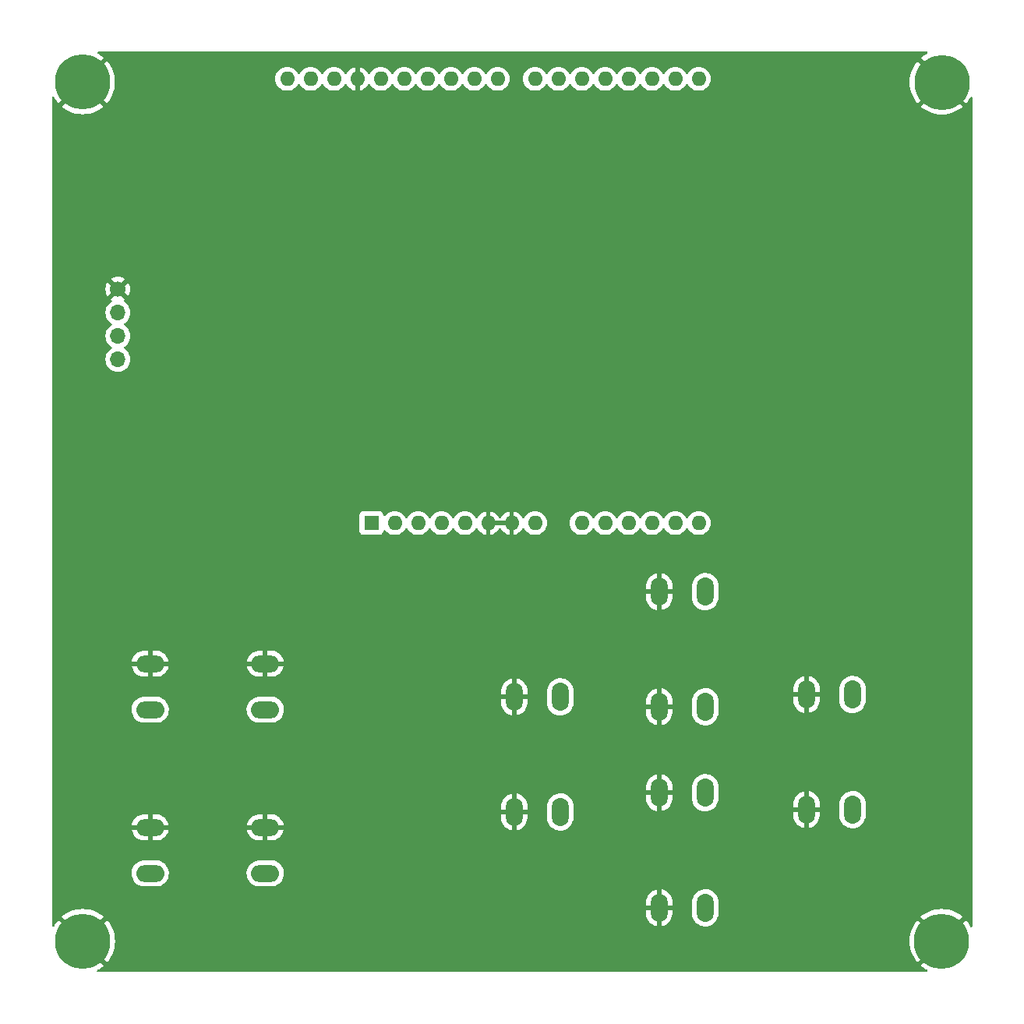
<source format=gbl>
G04 #@! TF.GenerationSoftware,KiCad,Pcbnew,7.0.10*
G04 #@! TF.CreationDate,2024-02-17T15:34:16+01:00*
G04 #@! TF.ProjectId,minigame,6d696e69-6761-46d6-952e-6b696361645f,1.0*
G04 #@! TF.SameCoordinates,Original*
G04 #@! TF.FileFunction,Copper,L2,Bot*
G04 #@! TF.FilePolarity,Positive*
%FSLAX46Y46*%
G04 Gerber Fmt 4.6, Leading zero omitted, Abs format (unit mm)*
G04 Created by KiCad (PCBNEW 7.0.10) date 2024-02-17 15:34:16*
%MOMM*%
%LPD*%
G01*
G04 APERTURE LIST*
G04 #@! TA.AperFunction,ComponentPad*
%ADD10C,3.400000*%
G04 #@! TD*
G04 #@! TA.AperFunction,ConnectorPad*
%ADD11C,6.000000*%
G04 #@! TD*
G04 #@! TA.AperFunction,ComponentPad*
%ADD12O,1.850000X3.048000*%
G04 #@! TD*
G04 #@! TA.AperFunction,ComponentPad*
%ADD13O,1.700000X1.700000*%
G04 #@! TD*
G04 #@! TA.AperFunction,ComponentPad*
%ADD14C,1.700000*%
G04 #@! TD*
G04 #@! TA.AperFunction,ComponentPad*
%ADD15O,3.048000X1.850000*%
G04 #@! TD*
G04 #@! TA.AperFunction,ComponentPad*
%ADD16R,1.600000X1.600000*%
G04 #@! TD*
G04 #@! TA.AperFunction,ComponentPad*
%ADD17O,1.600000X1.600000*%
G04 #@! TD*
G04 APERTURE END LIST*
D10*
X88026003Y-147030405D03*
D11*
X88026003Y-147030405D03*
D12*
X150662000Y-143400000D03*
X150662000Y-130900000D03*
X155662000Y-143400000D03*
X155662000Y-130900000D03*
D10*
X88014755Y-53691093D03*
D11*
X88014755Y-53691093D03*
D12*
X150662000Y-121556000D03*
X150662000Y-109056000D03*
X155662000Y-121556000D03*
X155662000Y-109056000D03*
D10*
X181347229Y-147030967D03*
D11*
X181347229Y-147030967D03*
D12*
X166664000Y-132732000D03*
X166664000Y-120232000D03*
X171664000Y-132732000D03*
X171664000Y-120232000D03*
D13*
X91850000Y-83820000D03*
X91850000Y-81280000D03*
X91850000Y-78740000D03*
D14*
X91850000Y-76200000D03*
D15*
X95360000Y-116880000D03*
X107860000Y-116880000D03*
X95360000Y-121880000D03*
X107860000Y-121880000D03*
X95360000Y-134660000D03*
X107860000Y-134660000D03*
X95360000Y-139660000D03*
X107860000Y-139660000D03*
D12*
X134914000Y-132986000D03*
X134914000Y-120486000D03*
X139914000Y-132986000D03*
X139914000Y-120486000D03*
D16*
X119380000Y-101600000D03*
D17*
X121920000Y-101600000D03*
X124460000Y-101600000D03*
X127000000Y-101600000D03*
X129540000Y-101600000D03*
X132080000Y-101600000D03*
X134620000Y-101600000D03*
X137160000Y-101600000D03*
X142240000Y-101600000D03*
X144780000Y-101600000D03*
X147320000Y-101600000D03*
X149860000Y-101600000D03*
X152400000Y-101600000D03*
X154940000Y-101600000D03*
X154940000Y-53340000D03*
X152400000Y-53340000D03*
X149860000Y-53340000D03*
X147320000Y-53340000D03*
X144780000Y-53340000D03*
X142240000Y-53340000D03*
X139700000Y-53340000D03*
X137160000Y-53340000D03*
X133100000Y-53340000D03*
X130560000Y-53340000D03*
X128020000Y-53340000D03*
X125480000Y-53340000D03*
X122940000Y-53340000D03*
X120400000Y-53340000D03*
X117860000Y-53340000D03*
X115320000Y-53340000D03*
X112780000Y-53340000D03*
X110240000Y-53340000D03*
D10*
X181367708Y-53718198D03*
D11*
X181367708Y-53718198D03*
G04 #@! TA.AperFunction,Conductor*
G36*
X134160507Y-101390156D02*
G01*
X134120000Y-101528111D01*
X134120000Y-101671889D01*
X134160507Y-101809844D01*
X134186314Y-101850000D01*
X132513686Y-101850000D01*
X132539493Y-101809844D01*
X132580000Y-101671889D01*
X132580000Y-101528111D01*
X132539493Y-101390156D01*
X132513686Y-101350000D01*
X134186314Y-101350000D01*
X134160507Y-101390156D01*
G37*
G04 #@! TD.AperFunction*
G04 #@! TA.AperFunction,Conductor*
G36*
X179762485Y-50398633D02*
G01*
X179808240Y-50451437D01*
X179818184Y-50520595D01*
X179789159Y-50584151D01*
X179751741Y-50613433D01*
X179615302Y-50682952D01*
X179307632Y-50882755D01*
X179074557Y-51071494D01*
X179074557Y-51071495D01*
X180497824Y-52494762D01*
X180443231Y-52530430D01*
X180260340Y-52698794D01*
X180144098Y-52848140D01*
X178721005Y-51425047D01*
X178721004Y-51425047D01*
X178532265Y-51658122D01*
X178332462Y-51965792D01*
X178165912Y-52292662D01*
X178034444Y-52635146D01*
X177939492Y-52989511D01*
X177939492Y-52989513D01*
X177882105Y-53351844D01*
X177862905Y-53718197D01*
X177862905Y-53718198D01*
X177882105Y-54084551D01*
X177939492Y-54446882D01*
X177939492Y-54446884D01*
X178034444Y-54801249D01*
X178165912Y-55143733D01*
X178332462Y-55470604D01*
X178532261Y-55778268D01*
X178721005Y-56011346D01*
X180144097Y-54588254D01*
X180260340Y-54737602D01*
X180443231Y-54905966D01*
X180497824Y-54941633D01*
X179074558Y-56364899D01*
X179307637Y-56553644D01*
X179615301Y-56753443D01*
X179942172Y-56919993D01*
X180284656Y-57051461D01*
X180639022Y-57146413D01*
X181001354Y-57203800D01*
X181367707Y-57223001D01*
X181367709Y-57223001D01*
X181734061Y-57203800D01*
X182096392Y-57146413D01*
X182096394Y-57146413D01*
X182450759Y-57051461D01*
X182793243Y-56919993D01*
X183120114Y-56753443D01*
X183427772Y-56553648D01*
X183660856Y-56364899D01*
X182237590Y-54941633D01*
X182292185Y-54905966D01*
X182475076Y-54737602D01*
X182591318Y-54588255D01*
X184014409Y-56011346D01*
X184203158Y-55778262D01*
X184402953Y-55470604D01*
X184458395Y-55361795D01*
X184506370Y-55310999D01*
X184574191Y-55294204D01*
X184640325Y-55316741D01*
X184683777Y-55371456D01*
X184692880Y-55418090D01*
X184692880Y-145371267D01*
X184673195Y-145438306D01*
X184620391Y-145484061D01*
X184551233Y-145494005D01*
X184487677Y-145464980D01*
X184458395Y-145427562D01*
X184382474Y-145278561D01*
X184182675Y-144970896D01*
X183993930Y-144737817D01*
X182570838Y-146160909D01*
X182454597Y-146011563D01*
X182271706Y-145843199D01*
X182217112Y-145807531D01*
X183640378Y-144384264D01*
X183407299Y-144195520D01*
X183099635Y-143995721D01*
X182772764Y-143829171D01*
X182430280Y-143697703D01*
X182075914Y-143602751D01*
X181713582Y-143545364D01*
X181347230Y-143526164D01*
X181347228Y-143526164D01*
X180980875Y-143545364D01*
X180618544Y-143602751D01*
X180618542Y-143602751D01*
X180264177Y-143697703D01*
X179921693Y-143829171D01*
X179594823Y-143995721D01*
X179287153Y-144195524D01*
X179054078Y-144384263D01*
X179054078Y-144384264D01*
X180477345Y-145807531D01*
X180422752Y-145843199D01*
X180239861Y-146011563D01*
X180123619Y-146160909D01*
X178700526Y-144737816D01*
X178700525Y-144737816D01*
X178511786Y-144970891D01*
X178311983Y-145278561D01*
X178145433Y-145605431D01*
X178013965Y-145947915D01*
X177919013Y-146302280D01*
X177919013Y-146302282D01*
X177861626Y-146664613D01*
X177842426Y-147030966D01*
X177842426Y-147030967D01*
X177861626Y-147397320D01*
X177919013Y-147759651D01*
X177919013Y-147759653D01*
X178013965Y-148114018D01*
X178145433Y-148456502D01*
X178311983Y-148783373D01*
X178511782Y-149091037D01*
X178700526Y-149324115D01*
X180123618Y-147901023D01*
X180239861Y-148050371D01*
X180422752Y-148218735D01*
X180477345Y-148254402D01*
X179054079Y-149677668D01*
X179287158Y-149866413D01*
X179594822Y-150066212D01*
X179749486Y-150145018D01*
X179800282Y-150192993D01*
X179817077Y-150260814D01*
X179794540Y-150326949D01*
X179739824Y-150370400D01*
X179693191Y-150379503D01*
X89678938Y-150379503D01*
X89611899Y-150359818D01*
X89566144Y-150307014D01*
X89556200Y-150237856D01*
X89585225Y-150174300D01*
X89622643Y-150145018D01*
X89778409Y-150065650D01*
X90086067Y-149865855D01*
X90319151Y-149677106D01*
X88895885Y-148253840D01*
X88950480Y-148218173D01*
X89133371Y-148049809D01*
X89249613Y-147900462D01*
X90672704Y-149323553D01*
X90861453Y-149090469D01*
X91061248Y-148782811D01*
X91227798Y-148455940D01*
X91359266Y-148113456D01*
X91454218Y-147759091D01*
X91454218Y-147759089D01*
X91511605Y-147396758D01*
X91530806Y-147030405D01*
X91530806Y-147030404D01*
X91511605Y-146664051D01*
X91454218Y-146301720D01*
X91454218Y-146301718D01*
X91359266Y-145947353D01*
X91227798Y-145604869D01*
X91061248Y-145277999D01*
X90861449Y-144970334D01*
X90672704Y-144737255D01*
X89249612Y-146160347D01*
X89133371Y-146011001D01*
X88950480Y-145842637D01*
X88895886Y-145806969D01*
X90319152Y-144383702D01*
X90086073Y-144194958D01*
X89877563Y-144059550D01*
X149237000Y-144059550D01*
X149252417Y-144240692D01*
X149313541Y-144475440D01*
X149413453Y-144696472D01*
X149413458Y-144696480D01*
X149549291Y-144897450D01*
X149549293Y-144897453D01*
X149717135Y-145072575D01*
X149717136Y-145072576D01*
X149912156Y-145216813D01*
X150128757Y-145326021D01*
X150360701Y-145397053D01*
X150360699Y-145397053D01*
X150411999Y-145403622D01*
X150412000Y-145403622D01*
X150412000Y-144004310D01*
X150420817Y-144009158D01*
X150579886Y-144050000D01*
X150702894Y-144050000D01*
X150824933Y-144034583D01*
X150912000Y-144000110D01*
X150912000Y-145402837D01*
X151080781Y-145366463D01*
X151080782Y-145366463D01*
X151305856Y-145276021D01*
X151512415Y-145148838D01*
X151694507Y-144988577D01*
X151694511Y-144988573D01*
X151846890Y-144799855D01*
X151846894Y-144799849D01*
X151965194Y-144588082D01*
X152046003Y-144359370D01*
X152046005Y-144359362D01*
X152086999Y-144120293D01*
X152087000Y-144120285D01*
X152087000Y-144059572D01*
X154236500Y-144059572D01*
X154251923Y-144240775D01*
X154251924Y-144240777D01*
X154313068Y-144475608D01*
X154313069Y-144475611D01*
X154413013Y-144696713D01*
X154413020Y-144696725D01*
X154548900Y-144897765D01*
X154548902Y-144897767D01*
X154716803Y-145072952D01*
X154716804Y-145072953D01*
X154911893Y-145217241D01*
X154911895Y-145217242D01*
X154911898Y-145217244D01*
X155128571Y-145326488D01*
X155360591Y-145397543D01*
X155601281Y-145428365D01*
X155843719Y-145418066D01*
X156080928Y-145366944D01*
X156306086Y-145276468D01*
X156512714Y-145149242D01*
X156694869Y-144988925D01*
X156847311Y-144800130D01*
X156965653Y-144588288D01*
X157046491Y-144359493D01*
X157066847Y-144240775D01*
X157087499Y-144120337D01*
X157087500Y-144120326D01*
X157087500Y-142740446D01*
X157087499Y-142740427D01*
X157072076Y-142559224D01*
X157072075Y-142559222D01*
X157072075Y-142559218D01*
X157023159Y-142371357D01*
X157010931Y-142324391D01*
X157010930Y-142324388D01*
X156910986Y-142103286D01*
X156910979Y-142103274D01*
X156775099Y-141902234D01*
X156775097Y-141902232D01*
X156607196Y-141727047D01*
X156607195Y-141727046D01*
X156412106Y-141582758D01*
X156404784Y-141579066D01*
X156195429Y-141473512D01*
X155963409Y-141402457D01*
X155963407Y-141402456D01*
X155963405Y-141402456D01*
X155722713Y-141371634D01*
X155480284Y-141381933D01*
X155480280Y-141381933D01*
X155243070Y-141433056D01*
X155243067Y-141433057D01*
X155017917Y-141523530D01*
X154811286Y-141650757D01*
X154629130Y-141811075D01*
X154629126Y-141811079D01*
X154476688Y-141999870D01*
X154358347Y-142211709D01*
X154277511Y-142440499D01*
X154277507Y-142440513D01*
X154236500Y-142679662D01*
X154236500Y-144059572D01*
X152087000Y-144059572D01*
X152087000Y-143650000D01*
X151262728Y-143650000D01*
X151285100Y-143602457D01*
X151315873Y-143441138D01*
X151305561Y-143277234D01*
X151264220Y-143150000D01*
X152087000Y-143150000D01*
X152087000Y-142740467D01*
X152086999Y-142740449D01*
X152071582Y-142559307D01*
X152010458Y-142324559D01*
X151910546Y-142103527D01*
X151910541Y-142103519D01*
X151774708Y-141902549D01*
X151774706Y-141902546D01*
X151606864Y-141727424D01*
X151606863Y-141727423D01*
X151411843Y-141583186D01*
X151195242Y-141473978D01*
X150963304Y-141402947D01*
X150963297Y-141402946D01*
X150912000Y-141396376D01*
X150912000Y-142795689D01*
X150903183Y-142790842D01*
X150744114Y-142750000D01*
X150621106Y-142750000D01*
X150499067Y-142765417D01*
X150412000Y-142799889D01*
X150412000Y-141397161D01*
X150243217Y-141433536D01*
X150243214Y-141433537D01*
X150018143Y-141523978D01*
X149811584Y-141651161D01*
X149629492Y-141811422D01*
X149629488Y-141811426D01*
X149477109Y-142000144D01*
X149477105Y-142000150D01*
X149358805Y-142211917D01*
X149277996Y-142440629D01*
X149277994Y-142440637D01*
X149237000Y-142679706D01*
X149237000Y-143150000D01*
X150061272Y-143150000D01*
X150038900Y-143197543D01*
X150008127Y-143358862D01*
X150018439Y-143522766D01*
X150059780Y-143650000D01*
X149237000Y-143650000D01*
X149237000Y-144059550D01*
X89877563Y-144059550D01*
X89778409Y-143995159D01*
X89451538Y-143828609D01*
X89109054Y-143697141D01*
X88754688Y-143602189D01*
X88392356Y-143544802D01*
X88026004Y-143525602D01*
X88026002Y-143525602D01*
X87659649Y-143544802D01*
X87297318Y-143602189D01*
X87297316Y-143602189D01*
X86942951Y-143697141D01*
X86600467Y-143828609D01*
X86273597Y-143995159D01*
X85965927Y-144194962D01*
X85732852Y-144383701D01*
X85732852Y-144383702D01*
X87156119Y-145806969D01*
X87101526Y-145842637D01*
X86918635Y-146011001D01*
X86802393Y-146160347D01*
X85379300Y-144737254D01*
X85379299Y-144737254D01*
X85190560Y-144970329D01*
X84990757Y-145277999D01*
X84921403Y-145414114D01*
X84873428Y-145464910D01*
X84805607Y-145481705D01*
X84739472Y-145459167D01*
X84696021Y-145404452D01*
X84686918Y-145357819D01*
X84686918Y-139599281D01*
X93331635Y-139599281D01*
X93341933Y-139841715D01*
X93341933Y-139841719D01*
X93393056Y-140078929D01*
X93393057Y-140078932D01*
X93483530Y-140304082D01*
X93610757Y-140510713D01*
X93771075Y-140692869D01*
X93771079Y-140692873D01*
X93959870Y-140845311D01*
X94171709Y-140963652D01*
X94171712Y-140963653D01*
X94400507Y-141044491D01*
X94400513Y-141044492D01*
X94639662Y-141085499D01*
X94639670Y-141085499D01*
X94639672Y-141085500D01*
X94639673Y-141085500D01*
X96019553Y-141085500D01*
X96019554Y-141085500D01*
X96019555Y-141085499D01*
X96019572Y-141085499D01*
X96200775Y-141070076D01*
X96200775Y-141070075D01*
X96200782Y-141070075D01*
X96435608Y-141008931D01*
X96435611Y-141008930D01*
X96656713Y-140908986D01*
X96656716Y-140908983D01*
X96656723Y-140908981D01*
X96857765Y-140773100D01*
X97032952Y-140605197D01*
X97177244Y-140410102D01*
X97286488Y-140193429D01*
X97357543Y-139961409D01*
X97388365Y-139720719D01*
X97383206Y-139599281D01*
X105831635Y-139599281D01*
X105841933Y-139841715D01*
X105841933Y-139841719D01*
X105893056Y-140078929D01*
X105893057Y-140078932D01*
X105983530Y-140304082D01*
X106110757Y-140510713D01*
X106271075Y-140692869D01*
X106271079Y-140692873D01*
X106459870Y-140845311D01*
X106671709Y-140963652D01*
X106671712Y-140963653D01*
X106900507Y-141044491D01*
X106900513Y-141044492D01*
X107139662Y-141085499D01*
X107139670Y-141085499D01*
X107139672Y-141085500D01*
X107139673Y-141085500D01*
X108519553Y-141085500D01*
X108519554Y-141085500D01*
X108519555Y-141085499D01*
X108519572Y-141085499D01*
X108700775Y-141070076D01*
X108700775Y-141070075D01*
X108700782Y-141070075D01*
X108935608Y-141008931D01*
X108935611Y-141008930D01*
X109156713Y-140908986D01*
X109156716Y-140908983D01*
X109156723Y-140908981D01*
X109357765Y-140773100D01*
X109532952Y-140605197D01*
X109677244Y-140410102D01*
X109786488Y-140193429D01*
X109857543Y-139961409D01*
X109888365Y-139720719D01*
X109878066Y-139478281D01*
X109826944Y-139241072D01*
X109736468Y-139015914D01*
X109609242Y-138809286D01*
X109448925Y-138627131D01*
X109448924Y-138627130D01*
X109448920Y-138627126D01*
X109260129Y-138474688D01*
X109048290Y-138356347D01*
X108819500Y-138275511D01*
X108819486Y-138275507D01*
X108580337Y-138234500D01*
X108580328Y-138234500D01*
X107200446Y-138234500D01*
X107200427Y-138234500D01*
X107019224Y-138249923D01*
X107019222Y-138249924D01*
X106784391Y-138311068D01*
X106784388Y-138311069D01*
X106563286Y-138411013D01*
X106563274Y-138411020D01*
X106362234Y-138546900D01*
X106362232Y-138546902D01*
X106187047Y-138714803D01*
X106187046Y-138714804D01*
X106042758Y-138909893D01*
X105933515Y-139126565D01*
X105933512Y-139126571D01*
X105862456Y-139358594D01*
X105831635Y-139599281D01*
X97383206Y-139599281D01*
X97378066Y-139478281D01*
X97326944Y-139241072D01*
X97236468Y-139015914D01*
X97109242Y-138809286D01*
X96948925Y-138627131D01*
X96948924Y-138627130D01*
X96948920Y-138627126D01*
X96760129Y-138474688D01*
X96548290Y-138356347D01*
X96319500Y-138275511D01*
X96319486Y-138275507D01*
X96080337Y-138234500D01*
X96080328Y-138234500D01*
X94700446Y-138234500D01*
X94700427Y-138234500D01*
X94519224Y-138249923D01*
X94519222Y-138249924D01*
X94284391Y-138311068D01*
X94284388Y-138311069D01*
X94063286Y-138411013D01*
X94063274Y-138411020D01*
X93862234Y-138546900D01*
X93862232Y-138546902D01*
X93687047Y-138714803D01*
X93687046Y-138714804D01*
X93542758Y-138909893D01*
X93433515Y-139126565D01*
X93433512Y-139126571D01*
X93362456Y-139358594D01*
X93331635Y-139599281D01*
X84686918Y-139599281D01*
X84686918Y-134409999D01*
X93356377Y-134409999D01*
X93356378Y-134410000D01*
X94759272Y-134410000D01*
X94736900Y-134457543D01*
X94706127Y-134618862D01*
X94716439Y-134782766D01*
X94757780Y-134910000D01*
X93357161Y-134910000D01*
X93393536Y-135078782D01*
X93393537Y-135078785D01*
X93483978Y-135303856D01*
X93611161Y-135510415D01*
X93771422Y-135692507D01*
X93771426Y-135692511D01*
X93960144Y-135844890D01*
X93960150Y-135844894D01*
X94171917Y-135963194D01*
X94400629Y-136044003D01*
X94400637Y-136044005D01*
X94639706Y-136084999D01*
X94639715Y-136085000D01*
X95110000Y-136085000D01*
X95110000Y-135264310D01*
X95118817Y-135269158D01*
X95277886Y-135310000D01*
X95400894Y-135310000D01*
X95522933Y-135294583D01*
X95610000Y-135260110D01*
X95610000Y-136085000D01*
X96019533Y-136085000D01*
X96019550Y-136084999D01*
X96200692Y-136069582D01*
X96435440Y-136008458D01*
X96656472Y-135908546D01*
X96656480Y-135908541D01*
X96857450Y-135772708D01*
X96857453Y-135772706D01*
X97032575Y-135604864D01*
X97032576Y-135604863D01*
X97176813Y-135409843D01*
X97286021Y-135193242D01*
X97357053Y-134961299D01*
X97363622Y-134910000D01*
X95960728Y-134910000D01*
X95983100Y-134862457D01*
X96013873Y-134701138D01*
X96003561Y-134537234D01*
X95962220Y-134410000D01*
X97362839Y-134410000D01*
X97362839Y-134409999D01*
X105856377Y-134409999D01*
X105856378Y-134410000D01*
X107259272Y-134410000D01*
X107236900Y-134457543D01*
X107206127Y-134618862D01*
X107216439Y-134782766D01*
X107257780Y-134910000D01*
X105857161Y-134910000D01*
X105893536Y-135078782D01*
X105893537Y-135078785D01*
X105983978Y-135303856D01*
X106111161Y-135510415D01*
X106271422Y-135692507D01*
X106271426Y-135692511D01*
X106460144Y-135844890D01*
X106460150Y-135844894D01*
X106671917Y-135963194D01*
X106900629Y-136044003D01*
X106900637Y-136044005D01*
X107139706Y-136084999D01*
X107139715Y-136085000D01*
X107610000Y-136085000D01*
X107610000Y-135264310D01*
X107618817Y-135269158D01*
X107777886Y-135310000D01*
X107900894Y-135310000D01*
X108022933Y-135294583D01*
X108110000Y-135260110D01*
X108110000Y-136085000D01*
X108519533Y-136085000D01*
X108519550Y-136084999D01*
X108700692Y-136069582D01*
X108935440Y-136008458D01*
X109156472Y-135908546D01*
X109156480Y-135908541D01*
X109357450Y-135772708D01*
X109357453Y-135772706D01*
X109532575Y-135604864D01*
X109532576Y-135604863D01*
X109676813Y-135409843D01*
X109786021Y-135193242D01*
X109857053Y-134961299D01*
X109863622Y-134910000D01*
X108460728Y-134910000D01*
X108483100Y-134862457D01*
X108513873Y-134701138D01*
X108503561Y-134537234D01*
X108462220Y-134410000D01*
X109862839Y-134410000D01*
X109826463Y-134241217D01*
X109826462Y-134241214D01*
X109736021Y-134016143D01*
X109608838Y-133809584D01*
X109464470Y-133645550D01*
X133489000Y-133645550D01*
X133504417Y-133826692D01*
X133565541Y-134061440D01*
X133665453Y-134282472D01*
X133665458Y-134282480D01*
X133801291Y-134483450D01*
X133801293Y-134483453D01*
X133969135Y-134658575D01*
X133969136Y-134658576D01*
X134164156Y-134802813D01*
X134380757Y-134912021D01*
X134612701Y-134983053D01*
X134612699Y-134983053D01*
X134663999Y-134989622D01*
X134664000Y-134989622D01*
X134664000Y-133590310D01*
X134672817Y-133595158D01*
X134831886Y-133636000D01*
X134954894Y-133636000D01*
X135076933Y-133620583D01*
X135164000Y-133586110D01*
X135164000Y-134988837D01*
X135332781Y-134952463D01*
X135332782Y-134952463D01*
X135557856Y-134862021D01*
X135764415Y-134734838D01*
X135946507Y-134574577D01*
X135946511Y-134574573D01*
X136098890Y-134385855D01*
X136098894Y-134385849D01*
X136217194Y-134174082D01*
X136298003Y-133945370D01*
X136298005Y-133945362D01*
X136338999Y-133706293D01*
X136339000Y-133706285D01*
X136339000Y-133645572D01*
X138488500Y-133645572D01*
X138503923Y-133826775D01*
X138503924Y-133826777D01*
X138565068Y-134061608D01*
X138565069Y-134061611D01*
X138665013Y-134282713D01*
X138665020Y-134282725D01*
X138747632Y-134404953D01*
X138800900Y-134483765D01*
X138887932Y-134574573D01*
X138968803Y-134658952D01*
X138968804Y-134658953D01*
X139163893Y-134803241D01*
X139163895Y-134803242D01*
X139163898Y-134803244D01*
X139380571Y-134912488D01*
X139612591Y-134983543D01*
X139853281Y-135014365D01*
X140095719Y-135004066D01*
X140332928Y-134952944D01*
X140558086Y-134862468D01*
X140764714Y-134735242D01*
X140946869Y-134574925D01*
X141099311Y-134386130D01*
X141217653Y-134174288D01*
X141298491Y-133945493D01*
X141318847Y-133826775D01*
X141339499Y-133706337D01*
X141339500Y-133706326D01*
X141339500Y-133391550D01*
X165239000Y-133391550D01*
X165254417Y-133572692D01*
X165315541Y-133807440D01*
X165415453Y-134028472D01*
X165415458Y-134028480D01*
X165551291Y-134229450D01*
X165551293Y-134229453D01*
X165719135Y-134404575D01*
X165719136Y-134404576D01*
X165914156Y-134548813D01*
X166130757Y-134658021D01*
X166362701Y-134729053D01*
X166362699Y-134729053D01*
X166413999Y-134735622D01*
X166414000Y-134735622D01*
X166414000Y-133336310D01*
X166422817Y-133341158D01*
X166581886Y-133382000D01*
X166704894Y-133382000D01*
X166826933Y-133366583D01*
X166914000Y-133332110D01*
X166914000Y-134734837D01*
X167082781Y-134698463D01*
X167082782Y-134698463D01*
X167307856Y-134608021D01*
X167514415Y-134480838D01*
X167696507Y-134320577D01*
X167696511Y-134320573D01*
X167848890Y-134131855D01*
X167848894Y-134131849D01*
X167967194Y-133920082D01*
X168048003Y-133691370D01*
X168048005Y-133691362D01*
X168088999Y-133452293D01*
X168089000Y-133452285D01*
X168089000Y-133391572D01*
X170238500Y-133391572D01*
X170253923Y-133572775D01*
X170253924Y-133572777D01*
X170315068Y-133807608D01*
X170315069Y-133807611D01*
X170415013Y-134028713D01*
X170415020Y-134028725D01*
X170483443Y-134129960D01*
X170550900Y-134229765D01*
X170601416Y-134282472D01*
X170718803Y-134404952D01*
X170718804Y-134404953D01*
X170913893Y-134549241D01*
X170913895Y-134549242D01*
X170913898Y-134549244D01*
X171130571Y-134658488D01*
X171362591Y-134729543D01*
X171603281Y-134760365D01*
X171845719Y-134750066D01*
X172082928Y-134698944D01*
X172308086Y-134608468D01*
X172514714Y-134481242D01*
X172696869Y-134320925D01*
X172849311Y-134132130D01*
X172967653Y-133920288D01*
X173048491Y-133691493D01*
X173068847Y-133572775D01*
X173089499Y-133452337D01*
X173089500Y-133452326D01*
X173089500Y-132072446D01*
X173089499Y-132072427D01*
X173074076Y-131891224D01*
X173074075Y-131891222D01*
X173074075Y-131891218D01*
X173021493Y-131689274D01*
X173012931Y-131656391D01*
X173012930Y-131656388D01*
X172912986Y-131435286D01*
X172912979Y-131435274D01*
X172833458Y-131317619D01*
X172777100Y-131234235D01*
X172609197Y-131059048D01*
X172609196Y-131059047D01*
X172609195Y-131059046D01*
X172414106Y-130914758D01*
X172406784Y-130911066D01*
X172197429Y-130805512D01*
X171965409Y-130734457D01*
X171965407Y-130734456D01*
X171965405Y-130734456D01*
X171724713Y-130703634D01*
X171482284Y-130713933D01*
X171482280Y-130713933D01*
X171245070Y-130765056D01*
X171245067Y-130765057D01*
X171019917Y-130855530D01*
X170813286Y-130982757D01*
X170631130Y-131143075D01*
X170631126Y-131143079D01*
X170478688Y-131331870D01*
X170360347Y-131543709D01*
X170279511Y-131772499D01*
X170279507Y-131772513D01*
X170238500Y-132011662D01*
X170238500Y-133391572D01*
X168089000Y-133391572D01*
X168089000Y-132982000D01*
X167264728Y-132982000D01*
X167287100Y-132934457D01*
X167317873Y-132773138D01*
X167307561Y-132609234D01*
X167266220Y-132482000D01*
X168089000Y-132482000D01*
X168089000Y-132072467D01*
X168088999Y-132072449D01*
X168073582Y-131891307D01*
X168012458Y-131656559D01*
X167912546Y-131435527D01*
X167912541Y-131435519D01*
X167776708Y-131234549D01*
X167776706Y-131234546D01*
X167608864Y-131059424D01*
X167608863Y-131059423D01*
X167413843Y-130915186D01*
X167197242Y-130805978D01*
X166965304Y-130734947D01*
X166965297Y-130734946D01*
X166914000Y-130728376D01*
X166914000Y-132127689D01*
X166905183Y-132122842D01*
X166746114Y-132082000D01*
X166623106Y-132082000D01*
X166501067Y-132097417D01*
X166414000Y-132131889D01*
X166414000Y-130729161D01*
X166245217Y-130765536D01*
X166245214Y-130765537D01*
X166020143Y-130855978D01*
X165813584Y-130983161D01*
X165631492Y-131143422D01*
X165631488Y-131143426D01*
X165479109Y-131332144D01*
X165479105Y-131332150D01*
X165360805Y-131543917D01*
X165279996Y-131772629D01*
X165279994Y-131772637D01*
X165239000Y-132011706D01*
X165239000Y-132482000D01*
X166063272Y-132482000D01*
X166040900Y-132529543D01*
X166010127Y-132690862D01*
X166020439Y-132854766D01*
X166061780Y-132982000D01*
X165239000Y-132982000D01*
X165239000Y-133391550D01*
X141339500Y-133391550D01*
X141339500Y-132326446D01*
X141339499Y-132326427D01*
X141324076Y-132145224D01*
X141324075Y-132145222D01*
X141324075Y-132145218D01*
X141275159Y-131957357D01*
X141262931Y-131910391D01*
X141262930Y-131910388D01*
X141162986Y-131689286D01*
X141162979Y-131689274D01*
X141140752Y-131656388D01*
X141075301Y-131559550D01*
X149237000Y-131559550D01*
X149252417Y-131740692D01*
X149313541Y-131975440D01*
X149413453Y-132196472D01*
X149413458Y-132196480D01*
X149549291Y-132397450D01*
X149549293Y-132397453D01*
X149717135Y-132572575D01*
X149717136Y-132572576D01*
X149912156Y-132716813D01*
X150128757Y-132826021D01*
X150360701Y-132897053D01*
X150360699Y-132897053D01*
X150411999Y-132903622D01*
X150412000Y-132903622D01*
X150412000Y-131504310D01*
X150420817Y-131509158D01*
X150579886Y-131550000D01*
X150702894Y-131550000D01*
X150824933Y-131534583D01*
X150912000Y-131500110D01*
X150912000Y-132902837D01*
X151080781Y-132866463D01*
X151080782Y-132866463D01*
X151305856Y-132776021D01*
X151512415Y-132648838D01*
X151694507Y-132488577D01*
X151694511Y-132488573D01*
X151846890Y-132299855D01*
X151846894Y-132299849D01*
X151965194Y-132088082D01*
X152046003Y-131859370D01*
X152046005Y-131859362D01*
X152086999Y-131620293D01*
X152087000Y-131620285D01*
X152087000Y-131559572D01*
X154236500Y-131559572D01*
X154251923Y-131740775D01*
X154251924Y-131740777D01*
X154251924Y-131740780D01*
X154251925Y-131740782D01*
X154266102Y-131795232D01*
X154313068Y-131975608D01*
X154313069Y-131975611D01*
X154413013Y-132196713D01*
X154413020Y-132196725D01*
X154548900Y-132397765D01*
X154548902Y-132397767D01*
X154716803Y-132572952D01*
X154716804Y-132572953D01*
X154911893Y-132717241D01*
X154911895Y-132717242D01*
X154911898Y-132717244D01*
X155128571Y-132826488D01*
X155360591Y-132897543D01*
X155601281Y-132928365D01*
X155843719Y-132918066D01*
X156080928Y-132866944D01*
X156306086Y-132776468D01*
X156512714Y-132649242D01*
X156694869Y-132488925D01*
X156847311Y-132300130D01*
X156965653Y-132088288D01*
X157046491Y-131859493D01*
X157066847Y-131740775D01*
X157087499Y-131620337D01*
X157087500Y-131620326D01*
X157087500Y-130240446D01*
X157087499Y-130240427D01*
X157072076Y-130059224D01*
X157072075Y-130059222D01*
X157072075Y-130059218D01*
X157023159Y-129871357D01*
X157010931Y-129824391D01*
X157010930Y-129824388D01*
X156910986Y-129603286D01*
X156910979Y-129603274D01*
X156775099Y-129402234D01*
X156775097Y-129402232D01*
X156607196Y-129227047D01*
X156607195Y-129227046D01*
X156412106Y-129082758D01*
X156404784Y-129079066D01*
X156195429Y-128973512D01*
X155963409Y-128902457D01*
X155963407Y-128902456D01*
X155963405Y-128902456D01*
X155722713Y-128871634D01*
X155480284Y-128881933D01*
X155480280Y-128881933D01*
X155243070Y-128933056D01*
X155243067Y-128933057D01*
X155017917Y-129023530D01*
X154811286Y-129150757D01*
X154629130Y-129311075D01*
X154629126Y-129311079D01*
X154476688Y-129499870D01*
X154358347Y-129711709D01*
X154277511Y-129940499D01*
X154277507Y-129940513D01*
X154236500Y-130179662D01*
X154236500Y-131559572D01*
X152087000Y-131559572D01*
X152087000Y-131150000D01*
X151262728Y-131150000D01*
X151285100Y-131102457D01*
X151315873Y-130941138D01*
X151305561Y-130777234D01*
X151264220Y-130650000D01*
X152087000Y-130650000D01*
X152087000Y-130240467D01*
X152086999Y-130240449D01*
X152071582Y-130059307D01*
X152010458Y-129824559D01*
X151910546Y-129603527D01*
X151910541Y-129603519D01*
X151774708Y-129402549D01*
X151774706Y-129402546D01*
X151606864Y-129227424D01*
X151606863Y-129227423D01*
X151411843Y-129083186D01*
X151195242Y-128973978D01*
X150963304Y-128902947D01*
X150963297Y-128902946D01*
X150912000Y-128896376D01*
X150912000Y-130295689D01*
X150903183Y-130290842D01*
X150744114Y-130250000D01*
X150621106Y-130250000D01*
X150499067Y-130265417D01*
X150412000Y-130299889D01*
X150412000Y-128897161D01*
X150243217Y-128933536D01*
X150243214Y-128933537D01*
X150018143Y-129023978D01*
X149811584Y-129151161D01*
X149629492Y-129311422D01*
X149629488Y-129311426D01*
X149477109Y-129500144D01*
X149477105Y-129500150D01*
X149358805Y-129711917D01*
X149277996Y-129940629D01*
X149277994Y-129940637D01*
X149237000Y-130179706D01*
X149237000Y-130650000D01*
X150061272Y-130650000D01*
X150038900Y-130697543D01*
X150008127Y-130858862D01*
X150018439Y-131022766D01*
X150059780Y-131150000D01*
X149237000Y-131150000D01*
X149237000Y-131559550D01*
X141075301Y-131559550D01*
X141027100Y-131488235D01*
X140859197Y-131313048D01*
X140859196Y-131313047D01*
X140859195Y-131313046D01*
X140664106Y-131168758D01*
X140656784Y-131165066D01*
X140447429Y-131059512D01*
X140215409Y-130988457D01*
X140215407Y-130988456D01*
X140215405Y-130988456D01*
X139974713Y-130957634D01*
X139732284Y-130967933D01*
X139732280Y-130967933D01*
X139495070Y-131019056D01*
X139495067Y-131019057D01*
X139269917Y-131109530D01*
X139063286Y-131236757D01*
X138881130Y-131397075D01*
X138881126Y-131397079D01*
X138728688Y-131585870D01*
X138610347Y-131797709D01*
X138529511Y-132026499D01*
X138529507Y-132026513D01*
X138488500Y-132265662D01*
X138488500Y-133645572D01*
X136339000Y-133645572D01*
X136339000Y-133236000D01*
X135514728Y-133236000D01*
X135537100Y-133188457D01*
X135567873Y-133027138D01*
X135557561Y-132863234D01*
X135516220Y-132736000D01*
X136339000Y-132736000D01*
X136339000Y-132326467D01*
X136338999Y-132326449D01*
X136323582Y-132145307D01*
X136262458Y-131910559D01*
X136162546Y-131689527D01*
X136162541Y-131689519D01*
X136026708Y-131488549D01*
X136026706Y-131488546D01*
X135858864Y-131313424D01*
X135858863Y-131313423D01*
X135663843Y-131169186D01*
X135447242Y-131059978D01*
X135215304Y-130988947D01*
X135215297Y-130988946D01*
X135164000Y-130982376D01*
X135164000Y-132381689D01*
X135155183Y-132376842D01*
X134996114Y-132336000D01*
X134873106Y-132336000D01*
X134751067Y-132351417D01*
X134664000Y-132385889D01*
X134664000Y-130983161D01*
X134495217Y-131019536D01*
X134495214Y-131019537D01*
X134270143Y-131109978D01*
X134063584Y-131237161D01*
X133881492Y-131397422D01*
X133881488Y-131397426D01*
X133729109Y-131586144D01*
X133729105Y-131586150D01*
X133610805Y-131797917D01*
X133529996Y-132026629D01*
X133529994Y-132026637D01*
X133489000Y-132265706D01*
X133489000Y-132736000D01*
X134313272Y-132736000D01*
X134290900Y-132783543D01*
X134260127Y-132944862D01*
X134270439Y-133108766D01*
X134311780Y-133236000D01*
X133489000Y-133236000D01*
X133489000Y-133645550D01*
X109464470Y-133645550D01*
X109448577Y-133627492D01*
X109448573Y-133627488D01*
X109259855Y-133475109D01*
X109259849Y-133475105D01*
X109048082Y-133356805D01*
X108819370Y-133275996D01*
X108819362Y-133275994D01*
X108580293Y-133235000D01*
X108110000Y-133235000D01*
X108110000Y-134055689D01*
X108101183Y-134050842D01*
X107942114Y-134010000D01*
X107819106Y-134010000D01*
X107697067Y-134025417D01*
X107610000Y-134059889D01*
X107610000Y-133235000D01*
X107200449Y-133235000D01*
X107019307Y-133250417D01*
X106784559Y-133311541D01*
X106563527Y-133411453D01*
X106563519Y-133411458D01*
X106362549Y-133547291D01*
X106362546Y-133547293D01*
X106187424Y-133715135D01*
X106187423Y-133715136D01*
X106043186Y-133910156D01*
X105933978Y-134126757D01*
X105862946Y-134358700D01*
X105856377Y-134409999D01*
X97362839Y-134409999D01*
X97326463Y-134241217D01*
X97326462Y-134241214D01*
X97236021Y-134016143D01*
X97108838Y-133809584D01*
X96948577Y-133627492D01*
X96948573Y-133627488D01*
X96759855Y-133475109D01*
X96759849Y-133475105D01*
X96548082Y-133356805D01*
X96319370Y-133275996D01*
X96319362Y-133275994D01*
X96080293Y-133235000D01*
X95610000Y-133235000D01*
X95610000Y-134055689D01*
X95601183Y-134050842D01*
X95442114Y-134010000D01*
X95319106Y-134010000D01*
X95197067Y-134025417D01*
X95110000Y-134059889D01*
X95110000Y-133235000D01*
X94700449Y-133235000D01*
X94519307Y-133250417D01*
X94284559Y-133311541D01*
X94063527Y-133411453D01*
X94063519Y-133411458D01*
X93862549Y-133547291D01*
X93862546Y-133547293D01*
X93687424Y-133715135D01*
X93687423Y-133715136D01*
X93543186Y-133910156D01*
X93433978Y-134126757D01*
X93362946Y-134358700D01*
X93356377Y-134409999D01*
X84686918Y-134409999D01*
X84686918Y-121819281D01*
X93331635Y-121819281D01*
X93341933Y-122061715D01*
X93341933Y-122061719D01*
X93393056Y-122298929D01*
X93393057Y-122298932D01*
X93483530Y-122524082D01*
X93610757Y-122730713D01*
X93771075Y-122912869D01*
X93771079Y-122912873D01*
X93959870Y-123065311D01*
X94171709Y-123183652D01*
X94171712Y-123183653D01*
X94400507Y-123264491D01*
X94400513Y-123264492D01*
X94639662Y-123305499D01*
X94639670Y-123305499D01*
X94639672Y-123305500D01*
X94639673Y-123305500D01*
X96019553Y-123305500D01*
X96019554Y-123305500D01*
X96019555Y-123305499D01*
X96019572Y-123305499D01*
X96200775Y-123290076D01*
X96200775Y-123290075D01*
X96200782Y-123290075D01*
X96435608Y-123228931D01*
X96435611Y-123228930D01*
X96656713Y-123128986D01*
X96656716Y-123128983D01*
X96656723Y-123128981D01*
X96857765Y-122993100D01*
X97032952Y-122825197D01*
X97177244Y-122630102D01*
X97286488Y-122413429D01*
X97357543Y-122181409D01*
X97388365Y-121940719D01*
X97383206Y-121819281D01*
X105831635Y-121819281D01*
X105841933Y-122061715D01*
X105841933Y-122061719D01*
X105893056Y-122298929D01*
X105893057Y-122298932D01*
X105983530Y-122524082D01*
X106110757Y-122730713D01*
X106271075Y-122912869D01*
X106271079Y-122912873D01*
X106459870Y-123065311D01*
X106671709Y-123183652D01*
X106671712Y-123183653D01*
X106900507Y-123264491D01*
X106900513Y-123264492D01*
X107139662Y-123305499D01*
X107139670Y-123305499D01*
X107139672Y-123305500D01*
X107139673Y-123305500D01*
X108519553Y-123305500D01*
X108519554Y-123305500D01*
X108519555Y-123305499D01*
X108519572Y-123305499D01*
X108700775Y-123290076D01*
X108700775Y-123290075D01*
X108700782Y-123290075D01*
X108935608Y-123228931D01*
X108935611Y-123228930D01*
X109156713Y-123128986D01*
X109156716Y-123128983D01*
X109156723Y-123128981D01*
X109357765Y-122993100D01*
X109532952Y-122825197D01*
X109677244Y-122630102D01*
X109786488Y-122413429D01*
X109857543Y-122181409D01*
X109888365Y-121940719D01*
X109878066Y-121698281D01*
X109826944Y-121461072D01*
X109736468Y-121235914D01*
X109680829Y-121145550D01*
X133489000Y-121145550D01*
X133504417Y-121326692D01*
X133565541Y-121561440D01*
X133665453Y-121782472D01*
X133665458Y-121782480D01*
X133801291Y-121983450D01*
X133801293Y-121983453D01*
X133969135Y-122158575D01*
X133969136Y-122158576D01*
X134164156Y-122302813D01*
X134380757Y-122412021D01*
X134612701Y-122483053D01*
X134612699Y-122483053D01*
X134663999Y-122489622D01*
X134664000Y-122489622D01*
X134664000Y-121090310D01*
X134672817Y-121095158D01*
X134831886Y-121136000D01*
X134954894Y-121136000D01*
X135076933Y-121120583D01*
X135164000Y-121086110D01*
X135164000Y-122488837D01*
X135332781Y-122452463D01*
X135332782Y-122452463D01*
X135557856Y-122362021D01*
X135764415Y-122234838D01*
X135946507Y-122074577D01*
X135946511Y-122074573D01*
X136098890Y-121885855D01*
X136098894Y-121885849D01*
X136217194Y-121674082D01*
X136298003Y-121445370D01*
X136298005Y-121445362D01*
X136338999Y-121206293D01*
X136339000Y-121206285D01*
X136339000Y-121145572D01*
X138488500Y-121145572D01*
X138503923Y-121326775D01*
X138503924Y-121326777D01*
X138565068Y-121561608D01*
X138565069Y-121561611D01*
X138665013Y-121782713D01*
X138665020Y-121782725D01*
X138747632Y-121904953D01*
X138800900Y-121983765D01*
X138875609Y-122061715D01*
X138968803Y-122158952D01*
X138968804Y-122158953D01*
X139163893Y-122303241D01*
X139163895Y-122303242D01*
X139163898Y-122303244D01*
X139380571Y-122412488D01*
X139612591Y-122483543D01*
X139853281Y-122514365D01*
X140095719Y-122504066D01*
X140332928Y-122452944D01*
X140558086Y-122362468D01*
X140764714Y-122235242D01*
X140787088Y-122215550D01*
X149237000Y-122215550D01*
X149252417Y-122396692D01*
X149313541Y-122631440D01*
X149413453Y-122852472D01*
X149413458Y-122852480D01*
X149549291Y-123053450D01*
X149549293Y-123053453D01*
X149717135Y-123228575D01*
X149717136Y-123228576D01*
X149912156Y-123372813D01*
X150128757Y-123482021D01*
X150360701Y-123553053D01*
X150360699Y-123553053D01*
X150411999Y-123559622D01*
X150412000Y-123559622D01*
X150412000Y-122160310D01*
X150420817Y-122165158D01*
X150579886Y-122206000D01*
X150702894Y-122206000D01*
X150824933Y-122190583D01*
X150912000Y-122156110D01*
X150912000Y-123558837D01*
X151080781Y-123522463D01*
X151080782Y-123522463D01*
X151305856Y-123432021D01*
X151512415Y-123304838D01*
X151694507Y-123144577D01*
X151694511Y-123144573D01*
X151846890Y-122955855D01*
X151846894Y-122955849D01*
X151965194Y-122744082D01*
X152046003Y-122515370D01*
X152046005Y-122515362D01*
X152086999Y-122276293D01*
X152087000Y-122276285D01*
X152087000Y-122215572D01*
X154236500Y-122215572D01*
X154251923Y-122396775D01*
X154251924Y-122396777D01*
X154251924Y-122396780D01*
X154251925Y-122396782D01*
X154256014Y-122412487D01*
X154313068Y-122631608D01*
X154313069Y-122631611D01*
X154413013Y-122852713D01*
X154413020Y-122852725D01*
X154548900Y-123053765D01*
X154548902Y-123053767D01*
X154716803Y-123228952D01*
X154716804Y-123228953D01*
X154911893Y-123373241D01*
X154911895Y-123373242D01*
X154911898Y-123373244D01*
X155128571Y-123482488D01*
X155360591Y-123553543D01*
X155601281Y-123584365D01*
X155843719Y-123574066D01*
X156080928Y-123522944D01*
X156306086Y-123432468D01*
X156512714Y-123305242D01*
X156694869Y-123144925D01*
X156847311Y-122956130D01*
X156965653Y-122744288D01*
X157046491Y-122515493D01*
X157066847Y-122396775D01*
X157087499Y-122276337D01*
X157087500Y-122276326D01*
X157087500Y-120896446D01*
X157087499Y-120896427D01*
X157087084Y-120891550D01*
X165239000Y-120891550D01*
X165254417Y-121072692D01*
X165315541Y-121307440D01*
X165415453Y-121528472D01*
X165415458Y-121528480D01*
X165551291Y-121729450D01*
X165551293Y-121729453D01*
X165719135Y-121904575D01*
X165719136Y-121904576D01*
X165914156Y-122048813D01*
X166130757Y-122158021D01*
X166362701Y-122229053D01*
X166362699Y-122229053D01*
X166413999Y-122235622D01*
X166414000Y-122235622D01*
X166414000Y-120836310D01*
X166422817Y-120841158D01*
X166581886Y-120882000D01*
X166704894Y-120882000D01*
X166826933Y-120866583D01*
X166914000Y-120832110D01*
X166914000Y-122234837D01*
X167082781Y-122198463D01*
X167082782Y-122198463D01*
X167307856Y-122108021D01*
X167514415Y-121980838D01*
X167696507Y-121820577D01*
X167696511Y-121820573D01*
X167848890Y-121631855D01*
X167848894Y-121631849D01*
X167967194Y-121420082D01*
X168048003Y-121191370D01*
X168048005Y-121191362D01*
X168088999Y-120952293D01*
X168089000Y-120952285D01*
X168089000Y-120891572D01*
X170238500Y-120891572D01*
X170253923Y-121072775D01*
X170253924Y-121072777D01*
X170315068Y-121307608D01*
X170315069Y-121307611D01*
X170415013Y-121528713D01*
X170415020Y-121528725D01*
X170550900Y-121729765D01*
X170550902Y-121729767D01*
X170718803Y-121904952D01*
X170718804Y-121904953D01*
X170913893Y-122049241D01*
X170913895Y-122049242D01*
X170913898Y-122049244D01*
X171130571Y-122158488D01*
X171362591Y-122229543D01*
X171603281Y-122260365D01*
X171845719Y-122250066D01*
X172082928Y-122198944D01*
X172308086Y-122108468D01*
X172514714Y-121981242D01*
X172696869Y-121820925D01*
X172849311Y-121632130D01*
X172967653Y-121420288D01*
X173048491Y-121191493D01*
X173068847Y-121072775D01*
X173089499Y-120952337D01*
X173089500Y-120952326D01*
X173089500Y-119572446D01*
X173089499Y-119572427D01*
X173074076Y-119391224D01*
X173074075Y-119391222D01*
X173074075Y-119391218D01*
X173021493Y-119189274D01*
X173012931Y-119156391D01*
X173012930Y-119156388D01*
X172912986Y-118935286D01*
X172912979Y-118935274D01*
X172843090Y-118831870D01*
X172777100Y-118734235D01*
X172609197Y-118559048D01*
X172609196Y-118559047D01*
X172609195Y-118559046D01*
X172414106Y-118414758D01*
X172406784Y-118411066D01*
X172197429Y-118305512D01*
X171965409Y-118234457D01*
X171965407Y-118234456D01*
X171965405Y-118234456D01*
X171724713Y-118203634D01*
X171482284Y-118213933D01*
X171482280Y-118213933D01*
X171245070Y-118265056D01*
X171245067Y-118265057D01*
X171019917Y-118355530D01*
X170813286Y-118482757D01*
X170631130Y-118643075D01*
X170631126Y-118643079D01*
X170478688Y-118831870D01*
X170360347Y-119043709D01*
X170279511Y-119272499D01*
X170279507Y-119272513D01*
X170238500Y-119511662D01*
X170238500Y-120891572D01*
X168089000Y-120891572D01*
X168089000Y-120482000D01*
X167264728Y-120482000D01*
X167287100Y-120434457D01*
X167317873Y-120273138D01*
X167307561Y-120109234D01*
X167266220Y-119982000D01*
X168089000Y-119982000D01*
X168089000Y-119572467D01*
X168088999Y-119572449D01*
X168073582Y-119391307D01*
X168012458Y-119156559D01*
X167912546Y-118935527D01*
X167912541Y-118935519D01*
X167776708Y-118734549D01*
X167776706Y-118734546D01*
X167608864Y-118559424D01*
X167608863Y-118559423D01*
X167413843Y-118415186D01*
X167197242Y-118305978D01*
X166965304Y-118234947D01*
X166965297Y-118234946D01*
X166914000Y-118228376D01*
X166914000Y-119627689D01*
X166905183Y-119622842D01*
X166746114Y-119582000D01*
X166623106Y-119582000D01*
X166501067Y-119597417D01*
X166414000Y-119631889D01*
X166414000Y-118229161D01*
X166245217Y-118265536D01*
X166245214Y-118265537D01*
X166020143Y-118355978D01*
X165813584Y-118483161D01*
X165631492Y-118643422D01*
X165631488Y-118643426D01*
X165479109Y-118832144D01*
X165479105Y-118832150D01*
X165360805Y-119043917D01*
X165279996Y-119272629D01*
X165279994Y-119272637D01*
X165239000Y-119511706D01*
X165239000Y-119982000D01*
X166063272Y-119982000D01*
X166040900Y-120029543D01*
X166010127Y-120190862D01*
X166020439Y-120354766D01*
X166061780Y-120482000D01*
X165239000Y-120482000D01*
X165239000Y-120891550D01*
X157087084Y-120891550D01*
X157072076Y-120715224D01*
X157072075Y-120715222D01*
X157072075Y-120715218D01*
X157011350Y-120482000D01*
X157010931Y-120480391D01*
X157010930Y-120480388D01*
X156910986Y-120259286D01*
X156910979Y-120259274D01*
X156809569Y-120109234D01*
X156775100Y-120058235D01*
X156607197Y-119883048D01*
X156607196Y-119883047D01*
X156607195Y-119883046D01*
X156412106Y-119738758D01*
X156339121Y-119701960D01*
X156195429Y-119629512D01*
X155963409Y-119558457D01*
X155963407Y-119558456D01*
X155963405Y-119558456D01*
X155722713Y-119527634D01*
X155480284Y-119537933D01*
X155480280Y-119537933D01*
X155243070Y-119589056D01*
X155243067Y-119589057D01*
X155017917Y-119679530D01*
X154811286Y-119806757D01*
X154629130Y-119967075D01*
X154629126Y-119967079D01*
X154476688Y-120155870D01*
X154358347Y-120367709D01*
X154277511Y-120596499D01*
X154277507Y-120596513D01*
X154236500Y-120835662D01*
X154236500Y-122215572D01*
X152087000Y-122215572D01*
X152087000Y-121806000D01*
X151262728Y-121806000D01*
X151285100Y-121758457D01*
X151315873Y-121597138D01*
X151305561Y-121433234D01*
X151264220Y-121306000D01*
X152087000Y-121306000D01*
X152087000Y-120896467D01*
X152086999Y-120896449D01*
X152071582Y-120715307D01*
X152010458Y-120480559D01*
X151910546Y-120259527D01*
X151910541Y-120259519D01*
X151774708Y-120058549D01*
X151774706Y-120058546D01*
X151606864Y-119883424D01*
X151606863Y-119883423D01*
X151411843Y-119739186D01*
X151195242Y-119629978D01*
X150963304Y-119558947D01*
X150963297Y-119558946D01*
X150912000Y-119552376D01*
X150912000Y-120951689D01*
X150903183Y-120946842D01*
X150744114Y-120906000D01*
X150621106Y-120906000D01*
X150499067Y-120921417D01*
X150412000Y-120955889D01*
X150412000Y-119553161D01*
X150243217Y-119589536D01*
X150243214Y-119589537D01*
X150018143Y-119679978D01*
X149811584Y-119807161D01*
X149629492Y-119967422D01*
X149629488Y-119967426D01*
X149477109Y-120156144D01*
X149477105Y-120156150D01*
X149358805Y-120367917D01*
X149277996Y-120596629D01*
X149277994Y-120596637D01*
X149237000Y-120835706D01*
X149237000Y-121306000D01*
X150061272Y-121306000D01*
X150038900Y-121353543D01*
X150008127Y-121514862D01*
X150018439Y-121678766D01*
X150059780Y-121806000D01*
X149237000Y-121806000D01*
X149237000Y-122215550D01*
X140787088Y-122215550D01*
X140946869Y-122074925D01*
X141099311Y-121886130D01*
X141204250Y-121698280D01*
X141217652Y-121674290D01*
X141217653Y-121674288D01*
X141298491Y-121445493D01*
X141309538Y-121381066D01*
X141339499Y-121206337D01*
X141339500Y-121206326D01*
X141339500Y-119826446D01*
X141339499Y-119826427D01*
X141324076Y-119645224D01*
X141324075Y-119645222D01*
X141324075Y-119645218D01*
X141275159Y-119457357D01*
X141262931Y-119410391D01*
X141262930Y-119410388D01*
X141162986Y-119189286D01*
X141162979Y-119189274D01*
X141093090Y-119085870D01*
X141027100Y-118988235D01*
X140859197Y-118813048D01*
X140859196Y-118813047D01*
X140859195Y-118813046D01*
X140664106Y-118668758D01*
X140613855Y-118643422D01*
X140447429Y-118559512D01*
X140215409Y-118488457D01*
X140215407Y-118488456D01*
X140215405Y-118488456D01*
X139974713Y-118457634D01*
X139732284Y-118467933D01*
X139732280Y-118467933D01*
X139495070Y-118519056D01*
X139495067Y-118519057D01*
X139269917Y-118609530D01*
X139063286Y-118736757D01*
X138881130Y-118897075D01*
X138881126Y-118897079D01*
X138728688Y-119085870D01*
X138610347Y-119297709D01*
X138529511Y-119526499D01*
X138529507Y-119526513D01*
X138488500Y-119765662D01*
X138488500Y-121145572D01*
X136339000Y-121145572D01*
X136339000Y-120736000D01*
X135514728Y-120736000D01*
X135537100Y-120688457D01*
X135567873Y-120527138D01*
X135557561Y-120363234D01*
X135516220Y-120236000D01*
X136339000Y-120236000D01*
X136339000Y-119826467D01*
X136338999Y-119826449D01*
X136323582Y-119645307D01*
X136262458Y-119410559D01*
X136162546Y-119189527D01*
X136162541Y-119189519D01*
X136026708Y-118988549D01*
X136026706Y-118988546D01*
X135858864Y-118813424D01*
X135858863Y-118813423D01*
X135663843Y-118669186D01*
X135447242Y-118559978D01*
X135215304Y-118488947D01*
X135215297Y-118488946D01*
X135164000Y-118482376D01*
X135164000Y-119881689D01*
X135155183Y-119876842D01*
X134996114Y-119836000D01*
X134873106Y-119836000D01*
X134751067Y-119851417D01*
X134664000Y-119885889D01*
X134664000Y-118483161D01*
X134495217Y-118519536D01*
X134495214Y-118519537D01*
X134270143Y-118609978D01*
X134063584Y-118737161D01*
X133881492Y-118897422D01*
X133881488Y-118897426D01*
X133729109Y-119086144D01*
X133729105Y-119086150D01*
X133610805Y-119297917D01*
X133529996Y-119526629D01*
X133529994Y-119526637D01*
X133489000Y-119765706D01*
X133489000Y-120236000D01*
X134313272Y-120236000D01*
X134290900Y-120283543D01*
X134260127Y-120444862D01*
X134270439Y-120608766D01*
X134311780Y-120736000D01*
X133489000Y-120736000D01*
X133489000Y-121145550D01*
X109680829Y-121145550D01*
X109609242Y-121029286D01*
X109448925Y-120847131D01*
X109448924Y-120847130D01*
X109448920Y-120847126D01*
X109260129Y-120694688D01*
X109048290Y-120576347D01*
X108819500Y-120495511D01*
X108819486Y-120495507D01*
X108580337Y-120454500D01*
X108580328Y-120454500D01*
X107200446Y-120454500D01*
X107200427Y-120454500D01*
X107019224Y-120469923D01*
X107019222Y-120469924D01*
X106784391Y-120531068D01*
X106784388Y-120531069D01*
X106563286Y-120631013D01*
X106563274Y-120631020D01*
X106362234Y-120766900D01*
X106362232Y-120766902D01*
X106187047Y-120934803D01*
X106187046Y-120934804D01*
X106042758Y-121129893D01*
X105933515Y-121346565D01*
X105933512Y-121346571D01*
X105862456Y-121578594D01*
X105831635Y-121819281D01*
X97383206Y-121819281D01*
X97378066Y-121698281D01*
X97326944Y-121461072D01*
X97236468Y-121235914D01*
X97109242Y-121029286D01*
X96948925Y-120847131D01*
X96948924Y-120847130D01*
X96948920Y-120847126D01*
X96760129Y-120694688D01*
X96548290Y-120576347D01*
X96319500Y-120495511D01*
X96319486Y-120495507D01*
X96080337Y-120454500D01*
X96080328Y-120454500D01*
X94700446Y-120454500D01*
X94700427Y-120454500D01*
X94519224Y-120469923D01*
X94519222Y-120469924D01*
X94284391Y-120531068D01*
X94284388Y-120531069D01*
X94063286Y-120631013D01*
X94063274Y-120631020D01*
X93862234Y-120766900D01*
X93862232Y-120766902D01*
X93687047Y-120934803D01*
X93687046Y-120934804D01*
X93542758Y-121129893D01*
X93433515Y-121346565D01*
X93433512Y-121346571D01*
X93362456Y-121578594D01*
X93331635Y-121819281D01*
X84686918Y-121819281D01*
X84686918Y-116629999D01*
X93356377Y-116629999D01*
X93356378Y-116630000D01*
X94759272Y-116630000D01*
X94736900Y-116677543D01*
X94706127Y-116838862D01*
X94716439Y-117002766D01*
X94757780Y-117130000D01*
X93357161Y-117130000D01*
X93393536Y-117298782D01*
X93393537Y-117298785D01*
X93483978Y-117523856D01*
X93611161Y-117730415D01*
X93771422Y-117912507D01*
X93771426Y-117912511D01*
X93960144Y-118064890D01*
X93960150Y-118064894D01*
X94171917Y-118183194D01*
X94400629Y-118264003D01*
X94400637Y-118264005D01*
X94639706Y-118304999D01*
X94639715Y-118305000D01*
X95110000Y-118305000D01*
X95110000Y-117484310D01*
X95118817Y-117489158D01*
X95277886Y-117530000D01*
X95400894Y-117530000D01*
X95522933Y-117514583D01*
X95610000Y-117480110D01*
X95610000Y-118305000D01*
X96019533Y-118305000D01*
X96019550Y-118304999D01*
X96200692Y-118289582D01*
X96435440Y-118228458D01*
X96656472Y-118128546D01*
X96656480Y-118128541D01*
X96857450Y-117992708D01*
X96857453Y-117992706D01*
X97032575Y-117824864D01*
X97032576Y-117824863D01*
X97176813Y-117629843D01*
X97286021Y-117413242D01*
X97357053Y-117181299D01*
X97363622Y-117130000D01*
X95960728Y-117130000D01*
X95983100Y-117082457D01*
X96013873Y-116921138D01*
X96003561Y-116757234D01*
X95962220Y-116630000D01*
X97362839Y-116630000D01*
X97362839Y-116629999D01*
X105856377Y-116629999D01*
X105856378Y-116630000D01*
X107259272Y-116630000D01*
X107236900Y-116677543D01*
X107206127Y-116838862D01*
X107216439Y-117002766D01*
X107257780Y-117130000D01*
X105857161Y-117130000D01*
X105893536Y-117298782D01*
X105893537Y-117298785D01*
X105983978Y-117523856D01*
X106111161Y-117730415D01*
X106271422Y-117912507D01*
X106271426Y-117912511D01*
X106460144Y-118064890D01*
X106460150Y-118064894D01*
X106671917Y-118183194D01*
X106900629Y-118264003D01*
X106900637Y-118264005D01*
X107139706Y-118304999D01*
X107139715Y-118305000D01*
X107610000Y-118305000D01*
X107610000Y-117484310D01*
X107618817Y-117489158D01*
X107777886Y-117530000D01*
X107900894Y-117530000D01*
X108022933Y-117514583D01*
X108110000Y-117480110D01*
X108110000Y-118305000D01*
X108519533Y-118305000D01*
X108519550Y-118304999D01*
X108700692Y-118289582D01*
X108935440Y-118228458D01*
X109156472Y-118128546D01*
X109156480Y-118128541D01*
X109357450Y-117992708D01*
X109357453Y-117992706D01*
X109532575Y-117824864D01*
X109532576Y-117824863D01*
X109676813Y-117629843D01*
X109786021Y-117413242D01*
X109857053Y-117181299D01*
X109863622Y-117130000D01*
X108460728Y-117130000D01*
X108483100Y-117082457D01*
X108513873Y-116921138D01*
X108503561Y-116757234D01*
X108462220Y-116630000D01*
X109862839Y-116630000D01*
X109826463Y-116461217D01*
X109826462Y-116461214D01*
X109736021Y-116236143D01*
X109608838Y-116029584D01*
X109448577Y-115847492D01*
X109448573Y-115847488D01*
X109259855Y-115695109D01*
X109259849Y-115695105D01*
X109048082Y-115576805D01*
X108819370Y-115495996D01*
X108819362Y-115495994D01*
X108580293Y-115455000D01*
X108110000Y-115455000D01*
X108110000Y-116275689D01*
X108101183Y-116270842D01*
X107942114Y-116230000D01*
X107819106Y-116230000D01*
X107697067Y-116245417D01*
X107610000Y-116279889D01*
X107610000Y-115455000D01*
X107200449Y-115455000D01*
X107019307Y-115470417D01*
X106784559Y-115531541D01*
X106563527Y-115631453D01*
X106563519Y-115631458D01*
X106362549Y-115767291D01*
X106362546Y-115767293D01*
X106187424Y-115935135D01*
X106187423Y-115935136D01*
X106043186Y-116130156D01*
X105933978Y-116346757D01*
X105862946Y-116578700D01*
X105856377Y-116629999D01*
X97362839Y-116629999D01*
X97326463Y-116461217D01*
X97326462Y-116461214D01*
X97236021Y-116236143D01*
X97108838Y-116029584D01*
X96948577Y-115847492D01*
X96948573Y-115847488D01*
X96759855Y-115695109D01*
X96759849Y-115695105D01*
X96548082Y-115576805D01*
X96319370Y-115495996D01*
X96319362Y-115495994D01*
X96080293Y-115455000D01*
X95610000Y-115455000D01*
X95610000Y-116275689D01*
X95601183Y-116270842D01*
X95442114Y-116230000D01*
X95319106Y-116230000D01*
X95197067Y-116245417D01*
X95110000Y-116279889D01*
X95110000Y-115455000D01*
X94700449Y-115455000D01*
X94519307Y-115470417D01*
X94284559Y-115531541D01*
X94063527Y-115631453D01*
X94063519Y-115631458D01*
X93862549Y-115767291D01*
X93862546Y-115767293D01*
X93687424Y-115935135D01*
X93687423Y-115935136D01*
X93543186Y-116130156D01*
X93433978Y-116346757D01*
X93362946Y-116578700D01*
X93356377Y-116629999D01*
X84686918Y-116629999D01*
X84686918Y-109715550D01*
X149237000Y-109715550D01*
X149252417Y-109896692D01*
X149313541Y-110131440D01*
X149413453Y-110352472D01*
X149413458Y-110352480D01*
X149549291Y-110553450D01*
X149549293Y-110553453D01*
X149717135Y-110728575D01*
X149717136Y-110728576D01*
X149912156Y-110872813D01*
X150128757Y-110982021D01*
X150360701Y-111053053D01*
X150360699Y-111053053D01*
X150411999Y-111059622D01*
X150412000Y-111059622D01*
X150412000Y-109660310D01*
X150420817Y-109665158D01*
X150579886Y-109706000D01*
X150702894Y-109706000D01*
X150824933Y-109690583D01*
X150912000Y-109656110D01*
X150912000Y-111058837D01*
X151080781Y-111022463D01*
X151080782Y-111022463D01*
X151305856Y-110932021D01*
X151512415Y-110804838D01*
X151694507Y-110644577D01*
X151694511Y-110644573D01*
X151846890Y-110455855D01*
X151846894Y-110455849D01*
X151965194Y-110244082D01*
X152046003Y-110015370D01*
X152046005Y-110015362D01*
X152086999Y-109776293D01*
X152087000Y-109776285D01*
X152087000Y-109715572D01*
X154236500Y-109715572D01*
X154251923Y-109896775D01*
X154251924Y-109896777D01*
X154313068Y-110131608D01*
X154313069Y-110131611D01*
X154413013Y-110352713D01*
X154413020Y-110352725D01*
X154548900Y-110553765D01*
X154548902Y-110553767D01*
X154716803Y-110728952D01*
X154716804Y-110728953D01*
X154911893Y-110873241D01*
X154911895Y-110873242D01*
X154911898Y-110873244D01*
X155128571Y-110982488D01*
X155360591Y-111053543D01*
X155601281Y-111084365D01*
X155843719Y-111074066D01*
X156080928Y-111022944D01*
X156306086Y-110932468D01*
X156512714Y-110805242D01*
X156694869Y-110644925D01*
X156847311Y-110456130D01*
X156965653Y-110244288D01*
X157046491Y-110015493D01*
X157066847Y-109896775D01*
X157087499Y-109776337D01*
X157087500Y-109776326D01*
X157087500Y-108396446D01*
X157087499Y-108396427D01*
X157072076Y-108215224D01*
X157072075Y-108215222D01*
X157072075Y-108215218D01*
X157023159Y-108027357D01*
X157010931Y-107980391D01*
X157010930Y-107980388D01*
X156910986Y-107759286D01*
X156910979Y-107759274D01*
X156775099Y-107558234D01*
X156775097Y-107558232D01*
X156607196Y-107383047D01*
X156607195Y-107383046D01*
X156412106Y-107238758D01*
X156404784Y-107235066D01*
X156195429Y-107129512D01*
X155963409Y-107058457D01*
X155963407Y-107058456D01*
X155963405Y-107058456D01*
X155722713Y-107027634D01*
X155480284Y-107037933D01*
X155480280Y-107037933D01*
X155243070Y-107089056D01*
X155243067Y-107089057D01*
X155017917Y-107179530D01*
X154811286Y-107306757D01*
X154629130Y-107467075D01*
X154629126Y-107467079D01*
X154476688Y-107655870D01*
X154358347Y-107867709D01*
X154277511Y-108096499D01*
X154277507Y-108096513D01*
X154236500Y-108335662D01*
X154236500Y-109715572D01*
X152087000Y-109715572D01*
X152087000Y-109306000D01*
X151262728Y-109306000D01*
X151285100Y-109258457D01*
X151315873Y-109097138D01*
X151305561Y-108933234D01*
X151264220Y-108806000D01*
X152087000Y-108806000D01*
X152087000Y-108396467D01*
X152086999Y-108396449D01*
X152071582Y-108215307D01*
X152010458Y-107980559D01*
X151910546Y-107759527D01*
X151910541Y-107759519D01*
X151774708Y-107558549D01*
X151774706Y-107558546D01*
X151606864Y-107383424D01*
X151606863Y-107383423D01*
X151411843Y-107239186D01*
X151195242Y-107129978D01*
X150963304Y-107058947D01*
X150963297Y-107058946D01*
X150912000Y-107052376D01*
X150912000Y-108451689D01*
X150903183Y-108446842D01*
X150744114Y-108406000D01*
X150621106Y-108406000D01*
X150499067Y-108421417D01*
X150412000Y-108455889D01*
X150412000Y-107053161D01*
X150243217Y-107089536D01*
X150243214Y-107089537D01*
X150018143Y-107179978D01*
X149811584Y-107307161D01*
X149629492Y-107467422D01*
X149629488Y-107467426D01*
X149477109Y-107656144D01*
X149477105Y-107656150D01*
X149358805Y-107867917D01*
X149277996Y-108096629D01*
X149277994Y-108096637D01*
X149237000Y-108335706D01*
X149237000Y-108806000D01*
X150061272Y-108806000D01*
X150038900Y-108853543D01*
X150008127Y-109014862D01*
X150018439Y-109178766D01*
X150059780Y-109306000D01*
X149237000Y-109306000D01*
X149237000Y-109715550D01*
X84686918Y-109715550D01*
X84686918Y-102447870D01*
X118079500Y-102447870D01*
X118079501Y-102447876D01*
X118085908Y-102507483D01*
X118136202Y-102642328D01*
X118136206Y-102642335D01*
X118222452Y-102757544D01*
X118222455Y-102757547D01*
X118337664Y-102843793D01*
X118337671Y-102843797D01*
X118472517Y-102894091D01*
X118472516Y-102894091D01*
X118479444Y-102894835D01*
X118532127Y-102900500D01*
X120227872Y-102900499D01*
X120287483Y-102894091D01*
X120422331Y-102843796D01*
X120537546Y-102757546D01*
X120623796Y-102642331D01*
X120674091Y-102507483D01*
X120677862Y-102472401D01*
X120704599Y-102407855D01*
X120761990Y-102368006D01*
X120831816Y-102365511D01*
X120891905Y-102401163D01*
X120902726Y-102414536D01*
X120919956Y-102439143D01*
X121080858Y-102600045D01*
X121080861Y-102600047D01*
X121267266Y-102730568D01*
X121473504Y-102826739D01*
X121693308Y-102885635D01*
X121855230Y-102899801D01*
X121919998Y-102905468D01*
X121920000Y-102905468D01*
X121920002Y-102905468D01*
X121976807Y-102900498D01*
X122146692Y-102885635D01*
X122366496Y-102826739D01*
X122572734Y-102730568D01*
X122759139Y-102600047D01*
X122920047Y-102439139D01*
X123050568Y-102252734D01*
X123077618Y-102194724D01*
X123123790Y-102142285D01*
X123190983Y-102123133D01*
X123257865Y-102143348D01*
X123302382Y-102194725D01*
X123329429Y-102252728D01*
X123329432Y-102252734D01*
X123459954Y-102439141D01*
X123620858Y-102600045D01*
X123620861Y-102600047D01*
X123807266Y-102730568D01*
X124013504Y-102826739D01*
X124233308Y-102885635D01*
X124395230Y-102899801D01*
X124459998Y-102905468D01*
X124460000Y-102905468D01*
X124460002Y-102905468D01*
X124516807Y-102900498D01*
X124686692Y-102885635D01*
X124906496Y-102826739D01*
X125112734Y-102730568D01*
X125299139Y-102600047D01*
X125460047Y-102439139D01*
X125590568Y-102252734D01*
X125617618Y-102194724D01*
X125663790Y-102142285D01*
X125730983Y-102123133D01*
X125797865Y-102143348D01*
X125842382Y-102194725D01*
X125869429Y-102252728D01*
X125869432Y-102252734D01*
X125999954Y-102439141D01*
X126160858Y-102600045D01*
X126160861Y-102600047D01*
X126347266Y-102730568D01*
X126553504Y-102826739D01*
X126773308Y-102885635D01*
X126935230Y-102899801D01*
X126999998Y-102905468D01*
X127000000Y-102905468D01*
X127000002Y-102905468D01*
X127056807Y-102900498D01*
X127226692Y-102885635D01*
X127446496Y-102826739D01*
X127652734Y-102730568D01*
X127839139Y-102600047D01*
X128000047Y-102439139D01*
X128130568Y-102252734D01*
X128157618Y-102194724D01*
X128203790Y-102142285D01*
X128270983Y-102123133D01*
X128337865Y-102143348D01*
X128382382Y-102194725D01*
X128409429Y-102252728D01*
X128409432Y-102252734D01*
X128539954Y-102439141D01*
X128700858Y-102600045D01*
X128700861Y-102600047D01*
X128887266Y-102730568D01*
X129093504Y-102826739D01*
X129313308Y-102885635D01*
X129475230Y-102899801D01*
X129539998Y-102905468D01*
X129540000Y-102905468D01*
X129540002Y-102905468D01*
X129596807Y-102900498D01*
X129766692Y-102885635D01*
X129986496Y-102826739D01*
X130192734Y-102730568D01*
X130379139Y-102600047D01*
X130540047Y-102439139D01*
X130670568Y-102252734D01*
X130697895Y-102194129D01*
X130744064Y-102141695D01*
X130811257Y-102122542D01*
X130878139Y-102142757D01*
X130922657Y-102194133D01*
X130949865Y-102252482D01*
X131080342Y-102438820D01*
X131241179Y-102599657D01*
X131427517Y-102730134D01*
X131633673Y-102826265D01*
X131633682Y-102826269D01*
X131829999Y-102878872D01*
X131830000Y-102878871D01*
X131830000Y-102035501D01*
X131937685Y-102084680D01*
X132044237Y-102100000D01*
X132115763Y-102100000D01*
X132222315Y-102084680D01*
X132330000Y-102035501D01*
X132330000Y-102878872D01*
X132526317Y-102826269D01*
X132526326Y-102826265D01*
X132732482Y-102730134D01*
X132918820Y-102599657D01*
X133079657Y-102438820D01*
X133210134Y-102252481D01*
X133210135Y-102252479D01*
X133237618Y-102193543D01*
X133283790Y-102141103D01*
X133350983Y-102121951D01*
X133417864Y-102142166D01*
X133462382Y-102193543D01*
X133489864Y-102252479D01*
X133489865Y-102252481D01*
X133620342Y-102438820D01*
X133781179Y-102599657D01*
X133967517Y-102730134D01*
X134173673Y-102826265D01*
X134173682Y-102826269D01*
X134369999Y-102878872D01*
X134370000Y-102878871D01*
X134370000Y-102035501D01*
X134477685Y-102084680D01*
X134584237Y-102100000D01*
X134655763Y-102100000D01*
X134762315Y-102084680D01*
X134870000Y-102035501D01*
X134870000Y-102878872D01*
X135066317Y-102826269D01*
X135066326Y-102826265D01*
X135272482Y-102730134D01*
X135458820Y-102599657D01*
X135619657Y-102438820D01*
X135750132Y-102252484D01*
X135777341Y-102194134D01*
X135823513Y-102141695D01*
X135890707Y-102122542D01*
X135957588Y-102142757D01*
X136002106Y-102194133D01*
X136029431Y-102252732D01*
X136029432Y-102252734D01*
X136159954Y-102439141D01*
X136320858Y-102600045D01*
X136320861Y-102600047D01*
X136507266Y-102730568D01*
X136713504Y-102826739D01*
X136933308Y-102885635D01*
X137095230Y-102899801D01*
X137159998Y-102905468D01*
X137160000Y-102905468D01*
X137160002Y-102905468D01*
X137216807Y-102900498D01*
X137386692Y-102885635D01*
X137606496Y-102826739D01*
X137812734Y-102730568D01*
X137999139Y-102600047D01*
X138160047Y-102439139D01*
X138290568Y-102252734D01*
X138386739Y-102046496D01*
X138445635Y-101826692D01*
X138465468Y-101600001D01*
X140934532Y-101600001D01*
X140954364Y-101826686D01*
X140954366Y-101826697D01*
X141013258Y-102046488D01*
X141013261Y-102046497D01*
X141109431Y-102252732D01*
X141109432Y-102252734D01*
X141239954Y-102439141D01*
X141400858Y-102600045D01*
X141400861Y-102600047D01*
X141587266Y-102730568D01*
X141793504Y-102826739D01*
X142013308Y-102885635D01*
X142175230Y-102899801D01*
X142239998Y-102905468D01*
X142240000Y-102905468D01*
X142240002Y-102905468D01*
X142296807Y-102900498D01*
X142466692Y-102885635D01*
X142686496Y-102826739D01*
X142892734Y-102730568D01*
X143079139Y-102600047D01*
X143240047Y-102439139D01*
X143370568Y-102252734D01*
X143397618Y-102194724D01*
X143443790Y-102142285D01*
X143510983Y-102123133D01*
X143577865Y-102143348D01*
X143622382Y-102194725D01*
X143649429Y-102252728D01*
X143649432Y-102252734D01*
X143779954Y-102439141D01*
X143940858Y-102600045D01*
X143940861Y-102600047D01*
X144127266Y-102730568D01*
X144333504Y-102826739D01*
X144553308Y-102885635D01*
X144715230Y-102899801D01*
X144779998Y-102905468D01*
X144780000Y-102905468D01*
X144780002Y-102905468D01*
X144836807Y-102900498D01*
X145006692Y-102885635D01*
X145226496Y-102826739D01*
X145432734Y-102730568D01*
X145619139Y-102600047D01*
X145780047Y-102439139D01*
X145910568Y-102252734D01*
X145937618Y-102194724D01*
X145983790Y-102142285D01*
X146050983Y-102123133D01*
X146117865Y-102143348D01*
X146162382Y-102194725D01*
X146189429Y-102252728D01*
X146189432Y-102252734D01*
X146319954Y-102439141D01*
X146480858Y-102600045D01*
X146480861Y-102600047D01*
X146667266Y-102730568D01*
X146873504Y-102826739D01*
X147093308Y-102885635D01*
X147255230Y-102899801D01*
X147319998Y-102905468D01*
X147320000Y-102905468D01*
X147320002Y-102905468D01*
X147376807Y-102900498D01*
X147546692Y-102885635D01*
X147766496Y-102826739D01*
X147972734Y-102730568D01*
X148159139Y-102600047D01*
X148320047Y-102439139D01*
X148450568Y-102252734D01*
X148477618Y-102194724D01*
X148523790Y-102142285D01*
X148590983Y-102123133D01*
X148657865Y-102143348D01*
X148702382Y-102194725D01*
X148729429Y-102252728D01*
X148729432Y-102252734D01*
X148859954Y-102439141D01*
X149020858Y-102600045D01*
X149020861Y-102600047D01*
X149207266Y-102730568D01*
X149413504Y-102826739D01*
X149633308Y-102885635D01*
X149795230Y-102899801D01*
X149859998Y-102905468D01*
X149860000Y-102905468D01*
X149860002Y-102905468D01*
X149916807Y-102900498D01*
X150086692Y-102885635D01*
X150306496Y-102826739D01*
X150512734Y-102730568D01*
X150699139Y-102600047D01*
X150860047Y-102439139D01*
X150990568Y-102252734D01*
X151017618Y-102194724D01*
X151063790Y-102142285D01*
X151130983Y-102123133D01*
X151197865Y-102143348D01*
X151242382Y-102194725D01*
X151269429Y-102252728D01*
X151269432Y-102252734D01*
X151399954Y-102439141D01*
X151560858Y-102600045D01*
X151560861Y-102600047D01*
X151747266Y-102730568D01*
X151953504Y-102826739D01*
X152173308Y-102885635D01*
X152335230Y-102899801D01*
X152399998Y-102905468D01*
X152400000Y-102905468D01*
X152400002Y-102905468D01*
X152456807Y-102900498D01*
X152626692Y-102885635D01*
X152846496Y-102826739D01*
X153052734Y-102730568D01*
X153239139Y-102600047D01*
X153400047Y-102439139D01*
X153530568Y-102252734D01*
X153557618Y-102194724D01*
X153603790Y-102142285D01*
X153670983Y-102123133D01*
X153737865Y-102143348D01*
X153782382Y-102194725D01*
X153809429Y-102252728D01*
X153809432Y-102252734D01*
X153939954Y-102439141D01*
X154100858Y-102600045D01*
X154100861Y-102600047D01*
X154287266Y-102730568D01*
X154493504Y-102826739D01*
X154713308Y-102885635D01*
X154875230Y-102899801D01*
X154939998Y-102905468D01*
X154940000Y-102905468D01*
X154940002Y-102905468D01*
X154996807Y-102900498D01*
X155166692Y-102885635D01*
X155386496Y-102826739D01*
X155592734Y-102730568D01*
X155779139Y-102600047D01*
X155940047Y-102439139D01*
X156070568Y-102252734D01*
X156166739Y-102046496D01*
X156225635Y-101826692D01*
X156245468Y-101600000D01*
X156225635Y-101373308D01*
X156166739Y-101153504D01*
X156070568Y-100947266D01*
X155940047Y-100760861D01*
X155940045Y-100760858D01*
X155779141Y-100599954D01*
X155592734Y-100469432D01*
X155592732Y-100469431D01*
X155386497Y-100373261D01*
X155386488Y-100373258D01*
X155166697Y-100314366D01*
X155166693Y-100314365D01*
X155166692Y-100314365D01*
X155166691Y-100314364D01*
X155166686Y-100314364D01*
X154940002Y-100294532D01*
X154939998Y-100294532D01*
X154713313Y-100314364D01*
X154713302Y-100314366D01*
X154493511Y-100373258D01*
X154493502Y-100373261D01*
X154287267Y-100469431D01*
X154287265Y-100469432D01*
X154100858Y-100599954D01*
X153939954Y-100760858D01*
X153809432Y-100947265D01*
X153809431Y-100947267D01*
X153782382Y-101005275D01*
X153736209Y-101057714D01*
X153669016Y-101076866D01*
X153602135Y-101056650D01*
X153557618Y-101005275D01*
X153530686Y-100947520D01*
X153530568Y-100947266D01*
X153400047Y-100760861D01*
X153400045Y-100760858D01*
X153239141Y-100599954D01*
X153052734Y-100469432D01*
X153052732Y-100469431D01*
X152846497Y-100373261D01*
X152846488Y-100373258D01*
X152626697Y-100314366D01*
X152626693Y-100314365D01*
X152626692Y-100314365D01*
X152626691Y-100314364D01*
X152626686Y-100314364D01*
X152400002Y-100294532D01*
X152399998Y-100294532D01*
X152173313Y-100314364D01*
X152173302Y-100314366D01*
X151953511Y-100373258D01*
X151953502Y-100373261D01*
X151747267Y-100469431D01*
X151747265Y-100469432D01*
X151560858Y-100599954D01*
X151399954Y-100760858D01*
X151269432Y-100947265D01*
X151269431Y-100947267D01*
X151242382Y-101005275D01*
X151196209Y-101057714D01*
X151129016Y-101076866D01*
X151062135Y-101056650D01*
X151017618Y-101005275D01*
X150990686Y-100947520D01*
X150990568Y-100947266D01*
X150860047Y-100760861D01*
X150860045Y-100760858D01*
X150699141Y-100599954D01*
X150512734Y-100469432D01*
X150512732Y-100469431D01*
X150306497Y-100373261D01*
X150306488Y-100373258D01*
X150086697Y-100314366D01*
X150086693Y-100314365D01*
X150086692Y-100314365D01*
X150086691Y-100314364D01*
X150086686Y-100314364D01*
X149860002Y-100294532D01*
X149859998Y-100294532D01*
X149633313Y-100314364D01*
X149633302Y-100314366D01*
X149413511Y-100373258D01*
X149413502Y-100373261D01*
X149207267Y-100469431D01*
X149207265Y-100469432D01*
X149020858Y-100599954D01*
X148859954Y-100760858D01*
X148729432Y-100947265D01*
X148729431Y-100947267D01*
X148702382Y-101005275D01*
X148656209Y-101057714D01*
X148589016Y-101076866D01*
X148522135Y-101056650D01*
X148477618Y-101005275D01*
X148450686Y-100947520D01*
X148450568Y-100947266D01*
X148320047Y-100760861D01*
X148320045Y-100760858D01*
X148159141Y-100599954D01*
X147972734Y-100469432D01*
X147972732Y-100469431D01*
X147766497Y-100373261D01*
X147766488Y-100373258D01*
X147546697Y-100314366D01*
X147546693Y-100314365D01*
X147546692Y-100314365D01*
X147546691Y-100314364D01*
X147546686Y-100314364D01*
X147320002Y-100294532D01*
X147319998Y-100294532D01*
X147093313Y-100314364D01*
X147093302Y-100314366D01*
X146873511Y-100373258D01*
X146873502Y-100373261D01*
X146667267Y-100469431D01*
X146667265Y-100469432D01*
X146480858Y-100599954D01*
X146319954Y-100760858D01*
X146189432Y-100947265D01*
X146189431Y-100947267D01*
X146162382Y-101005275D01*
X146116209Y-101057714D01*
X146049016Y-101076866D01*
X145982135Y-101056650D01*
X145937618Y-101005275D01*
X145910686Y-100947520D01*
X145910568Y-100947266D01*
X145780047Y-100760861D01*
X145780045Y-100760858D01*
X145619141Y-100599954D01*
X145432734Y-100469432D01*
X145432732Y-100469431D01*
X145226497Y-100373261D01*
X145226488Y-100373258D01*
X145006697Y-100314366D01*
X145006693Y-100314365D01*
X145006692Y-100314365D01*
X145006691Y-100314364D01*
X145006686Y-100314364D01*
X144780002Y-100294532D01*
X144779998Y-100294532D01*
X144553313Y-100314364D01*
X144553302Y-100314366D01*
X144333511Y-100373258D01*
X144333502Y-100373261D01*
X144127267Y-100469431D01*
X144127265Y-100469432D01*
X143940858Y-100599954D01*
X143779954Y-100760858D01*
X143649432Y-100947265D01*
X143649431Y-100947267D01*
X143622382Y-101005275D01*
X143576209Y-101057714D01*
X143509016Y-101076866D01*
X143442135Y-101056650D01*
X143397618Y-101005275D01*
X143370686Y-100947520D01*
X143370568Y-100947266D01*
X143240047Y-100760861D01*
X143240045Y-100760858D01*
X143079141Y-100599954D01*
X142892734Y-100469432D01*
X142892732Y-100469431D01*
X142686497Y-100373261D01*
X142686488Y-100373258D01*
X142466697Y-100314366D01*
X142466693Y-100314365D01*
X142466692Y-100314365D01*
X142466691Y-100314364D01*
X142466686Y-100314364D01*
X142240002Y-100294532D01*
X142239998Y-100294532D01*
X142013313Y-100314364D01*
X142013302Y-100314366D01*
X141793511Y-100373258D01*
X141793502Y-100373261D01*
X141587267Y-100469431D01*
X141587265Y-100469432D01*
X141400858Y-100599954D01*
X141239954Y-100760858D01*
X141109432Y-100947265D01*
X141109431Y-100947267D01*
X141013261Y-101153502D01*
X141013258Y-101153511D01*
X140954366Y-101373302D01*
X140954364Y-101373313D01*
X140934532Y-101599998D01*
X140934532Y-101600001D01*
X138465468Y-101600001D01*
X138465468Y-101600000D01*
X138445635Y-101373308D01*
X138386739Y-101153504D01*
X138290568Y-100947266D01*
X138160047Y-100760861D01*
X138160045Y-100760858D01*
X137999141Y-100599954D01*
X137812734Y-100469432D01*
X137812732Y-100469431D01*
X137606497Y-100373261D01*
X137606488Y-100373258D01*
X137386697Y-100314366D01*
X137386693Y-100314365D01*
X137386692Y-100314365D01*
X137386691Y-100314364D01*
X137386686Y-100314364D01*
X137160002Y-100294532D01*
X137159998Y-100294532D01*
X136933313Y-100314364D01*
X136933302Y-100314366D01*
X136713511Y-100373258D01*
X136713502Y-100373261D01*
X136507267Y-100469431D01*
X136507265Y-100469432D01*
X136320858Y-100599954D01*
X136159954Y-100760858D01*
X136029433Y-100947264D01*
X136029432Y-100947266D01*
X136029315Y-100947518D01*
X136002106Y-101005867D01*
X135955933Y-101058306D01*
X135888739Y-101077457D01*
X135821858Y-101057241D01*
X135777342Y-101005865D01*
X135750135Y-100947520D01*
X135750134Y-100947518D01*
X135619657Y-100761179D01*
X135458820Y-100600342D01*
X135272482Y-100469865D01*
X135066328Y-100373734D01*
X134870000Y-100321127D01*
X134870000Y-101164498D01*
X134762315Y-101115320D01*
X134655763Y-101100000D01*
X134584237Y-101100000D01*
X134477685Y-101115320D01*
X134370000Y-101164498D01*
X134370000Y-100321127D01*
X134173671Y-100373734D01*
X133967517Y-100469865D01*
X133781179Y-100600342D01*
X133620342Y-100761179D01*
X133489865Y-100947517D01*
X133462382Y-101006457D01*
X133416210Y-101058896D01*
X133349016Y-101078048D01*
X133282135Y-101057832D01*
X133237618Y-101006457D01*
X133210134Y-100947517D01*
X133079657Y-100761179D01*
X132918820Y-100600342D01*
X132732482Y-100469865D01*
X132526328Y-100373734D01*
X132330000Y-100321127D01*
X132330000Y-101164498D01*
X132222315Y-101115320D01*
X132115763Y-101100000D01*
X132044237Y-101100000D01*
X131937685Y-101115320D01*
X131830000Y-101164498D01*
X131830000Y-100321127D01*
X131633671Y-100373734D01*
X131427517Y-100469865D01*
X131241179Y-100600342D01*
X131080342Y-100761179D01*
X130949867Y-100947515D01*
X130922657Y-101005867D01*
X130876484Y-101058306D01*
X130809290Y-101077457D01*
X130742409Y-101057241D01*
X130697893Y-101005865D01*
X130670685Y-100947518D01*
X130670568Y-100947266D01*
X130540047Y-100760861D01*
X130540045Y-100760858D01*
X130379141Y-100599954D01*
X130192734Y-100469432D01*
X130192732Y-100469431D01*
X129986497Y-100373261D01*
X129986488Y-100373258D01*
X129766697Y-100314366D01*
X129766693Y-100314365D01*
X129766692Y-100314365D01*
X129766691Y-100314364D01*
X129766686Y-100314364D01*
X129540002Y-100294532D01*
X129539998Y-100294532D01*
X129313313Y-100314364D01*
X129313302Y-100314366D01*
X129093511Y-100373258D01*
X129093502Y-100373261D01*
X128887267Y-100469431D01*
X128887265Y-100469432D01*
X128700858Y-100599954D01*
X128539954Y-100760858D01*
X128409432Y-100947265D01*
X128409431Y-100947267D01*
X128382382Y-101005275D01*
X128336209Y-101057714D01*
X128269016Y-101076866D01*
X128202135Y-101056650D01*
X128157618Y-101005275D01*
X128130686Y-100947520D01*
X128130568Y-100947266D01*
X128000047Y-100760861D01*
X128000045Y-100760858D01*
X127839141Y-100599954D01*
X127652734Y-100469432D01*
X127652732Y-100469431D01*
X127446497Y-100373261D01*
X127446488Y-100373258D01*
X127226697Y-100314366D01*
X127226693Y-100314365D01*
X127226692Y-100314365D01*
X127226691Y-100314364D01*
X127226686Y-100314364D01*
X127000002Y-100294532D01*
X126999998Y-100294532D01*
X126773313Y-100314364D01*
X126773302Y-100314366D01*
X126553511Y-100373258D01*
X126553502Y-100373261D01*
X126347267Y-100469431D01*
X126347265Y-100469432D01*
X126160858Y-100599954D01*
X125999954Y-100760858D01*
X125869432Y-100947265D01*
X125869431Y-100947267D01*
X125842382Y-101005275D01*
X125796209Y-101057714D01*
X125729016Y-101076866D01*
X125662135Y-101056650D01*
X125617618Y-101005275D01*
X125590686Y-100947520D01*
X125590568Y-100947266D01*
X125460047Y-100760861D01*
X125460045Y-100760858D01*
X125299141Y-100599954D01*
X125112734Y-100469432D01*
X125112732Y-100469431D01*
X124906497Y-100373261D01*
X124906488Y-100373258D01*
X124686697Y-100314366D01*
X124686693Y-100314365D01*
X124686692Y-100314365D01*
X124686691Y-100314364D01*
X124686686Y-100314364D01*
X124460002Y-100294532D01*
X124459998Y-100294532D01*
X124233313Y-100314364D01*
X124233302Y-100314366D01*
X124013511Y-100373258D01*
X124013502Y-100373261D01*
X123807267Y-100469431D01*
X123807265Y-100469432D01*
X123620858Y-100599954D01*
X123459954Y-100760858D01*
X123329432Y-100947265D01*
X123329431Y-100947267D01*
X123302382Y-101005275D01*
X123256209Y-101057714D01*
X123189016Y-101076866D01*
X123122135Y-101056650D01*
X123077618Y-101005275D01*
X123050686Y-100947520D01*
X123050568Y-100947266D01*
X122920047Y-100760861D01*
X122920045Y-100760858D01*
X122759141Y-100599954D01*
X122572734Y-100469432D01*
X122572732Y-100469431D01*
X122366497Y-100373261D01*
X122366488Y-100373258D01*
X122146697Y-100314366D01*
X122146693Y-100314365D01*
X122146692Y-100314365D01*
X122146691Y-100314364D01*
X122146686Y-100314364D01*
X121920002Y-100294532D01*
X121919998Y-100294532D01*
X121693313Y-100314364D01*
X121693302Y-100314366D01*
X121473511Y-100373258D01*
X121473502Y-100373261D01*
X121267267Y-100469431D01*
X121267265Y-100469432D01*
X121080858Y-100599954D01*
X120919954Y-100760858D01*
X120902725Y-100785464D01*
X120848147Y-100829088D01*
X120778648Y-100836280D01*
X120716294Y-100804757D01*
X120680882Y-100744526D01*
X120677861Y-100727591D01*
X120674091Y-100692516D01*
X120623797Y-100557671D01*
X120623793Y-100557664D01*
X120537547Y-100442455D01*
X120537544Y-100442452D01*
X120422335Y-100356206D01*
X120422328Y-100356202D01*
X120287482Y-100305908D01*
X120287483Y-100305908D01*
X120227883Y-100299501D01*
X120227881Y-100299500D01*
X120227873Y-100299500D01*
X120227864Y-100299500D01*
X118532129Y-100299500D01*
X118532123Y-100299501D01*
X118472516Y-100305908D01*
X118337671Y-100356202D01*
X118337664Y-100356206D01*
X118222455Y-100442452D01*
X118222452Y-100442455D01*
X118136206Y-100557664D01*
X118136202Y-100557671D01*
X118085908Y-100692517D01*
X118079501Y-100752116D01*
X118079500Y-100752135D01*
X118079500Y-102447870D01*
X84686918Y-102447870D01*
X84686918Y-83820000D01*
X90494341Y-83820000D01*
X90514936Y-84055403D01*
X90514938Y-84055413D01*
X90576094Y-84283655D01*
X90576096Y-84283659D01*
X90576097Y-84283663D01*
X90675965Y-84497830D01*
X90675967Y-84497834D01*
X90784281Y-84652521D01*
X90811505Y-84691401D01*
X90978599Y-84858495D01*
X91075384Y-84926265D01*
X91172165Y-84994032D01*
X91172167Y-84994033D01*
X91172170Y-84994035D01*
X91386337Y-85093903D01*
X91614592Y-85155063D01*
X91802918Y-85171539D01*
X91849999Y-85175659D01*
X91850000Y-85175659D01*
X91850001Y-85175659D01*
X91889234Y-85172226D01*
X92085408Y-85155063D01*
X92313663Y-85093903D01*
X92527830Y-84994035D01*
X92721401Y-84858495D01*
X92888495Y-84691401D01*
X93024035Y-84497830D01*
X93123903Y-84283663D01*
X93185063Y-84055408D01*
X93205659Y-83820000D01*
X93185063Y-83584592D01*
X93123903Y-83356337D01*
X93024035Y-83142171D01*
X92888495Y-82948599D01*
X92888494Y-82948597D01*
X92721402Y-82781506D01*
X92721396Y-82781501D01*
X92535842Y-82651575D01*
X92492217Y-82596998D01*
X92485023Y-82527500D01*
X92516546Y-82465145D01*
X92535842Y-82448425D01*
X92558026Y-82432891D01*
X92721401Y-82318495D01*
X92888495Y-82151401D01*
X93024035Y-81957830D01*
X93123903Y-81743663D01*
X93185063Y-81515408D01*
X93205659Y-81280000D01*
X93185063Y-81044592D01*
X93123903Y-80816337D01*
X93024035Y-80602171D01*
X92888495Y-80408599D01*
X92888494Y-80408597D01*
X92721402Y-80241506D01*
X92721396Y-80241501D01*
X92535842Y-80111575D01*
X92492217Y-80056998D01*
X92485023Y-79987500D01*
X92516546Y-79925145D01*
X92535842Y-79908425D01*
X92558026Y-79892891D01*
X92721401Y-79778495D01*
X92888495Y-79611401D01*
X93024035Y-79417830D01*
X93123903Y-79203663D01*
X93185063Y-78975408D01*
X93205659Y-78740000D01*
X93185063Y-78504592D01*
X93123903Y-78276337D01*
X93024035Y-78062171D01*
X92888495Y-77868599D01*
X92888494Y-77868597D01*
X92721402Y-77701506D01*
X92721401Y-77701505D01*
X92535405Y-77571269D01*
X92491781Y-77516692D01*
X92484588Y-77447193D01*
X92516110Y-77384839D01*
X92535405Y-77368119D01*
X92611373Y-77314925D01*
X91982533Y-76686086D01*
X91992315Y-76684680D01*
X92123100Y-76624952D01*
X92231761Y-76530798D01*
X92309493Y-76409844D01*
X92333076Y-76329524D01*
X92964925Y-76961373D01*
X92964926Y-76961373D01*
X93023598Y-76877582D01*
X93023600Y-76877578D01*
X93123429Y-76663492D01*
X93123433Y-76663483D01*
X93184567Y-76435326D01*
X93184569Y-76435315D01*
X93205157Y-76200001D01*
X93205157Y-76199998D01*
X93184569Y-75964684D01*
X93184567Y-75964673D01*
X93123433Y-75736516D01*
X93123429Y-75736507D01*
X93023600Y-75522423D01*
X93023599Y-75522421D01*
X92964925Y-75438626D01*
X92964925Y-75438625D01*
X92333076Y-76070475D01*
X92309493Y-75990156D01*
X92231761Y-75869202D01*
X92123100Y-75775048D01*
X91992315Y-75715320D01*
X91982533Y-75713913D01*
X92611373Y-75085073D01*
X92611373Y-75085072D01*
X92527583Y-75026402D01*
X92527579Y-75026400D01*
X92313492Y-74926570D01*
X92313483Y-74926566D01*
X92085326Y-74865432D01*
X92085315Y-74865430D01*
X91850002Y-74844843D01*
X91849998Y-74844843D01*
X91614684Y-74865430D01*
X91614673Y-74865432D01*
X91386516Y-74926566D01*
X91386507Y-74926570D01*
X91172419Y-75026401D01*
X91088625Y-75085072D01*
X91717466Y-75713913D01*
X91707685Y-75715320D01*
X91576900Y-75775048D01*
X91468239Y-75869202D01*
X91390507Y-75990156D01*
X91366923Y-76070476D01*
X90735072Y-75438625D01*
X90676401Y-75522419D01*
X90576570Y-75736507D01*
X90576566Y-75736516D01*
X90515432Y-75964673D01*
X90515430Y-75964684D01*
X90494843Y-76199998D01*
X90494843Y-76200001D01*
X90515430Y-76435315D01*
X90515432Y-76435326D01*
X90576566Y-76663483D01*
X90576570Y-76663492D01*
X90676400Y-76877579D01*
X90676402Y-76877583D01*
X90735072Y-76961373D01*
X90735073Y-76961373D01*
X91366923Y-76329523D01*
X91390507Y-76409844D01*
X91468239Y-76530798D01*
X91576900Y-76624952D01*
X91707685Y-76684680D01*
X91717466Y-76686086D01*
X91088625Y-77314925D01*
X91164594Y-77368119D01*
X91208219Y-77422696D01*
X91215413Y-77492194D01*
X91183890Y-77554549D01*
X91164595Y-77571269D01*
X90978594Y-77701508D01*
X90811505Y-77868597D01*
X90675965Y-78062169D01*
X90675964Y-78062171D01*
X90576098Y-78276335D01*
X90576094Y-78276344D01*
X90514938Y-78504586D01*
X90514936Y-78504596D01*
X90494341Y-78739999D01*
X90494341Y-78740000D01*
X90514936Y-78975403D01*
X90514938Y-78975413D01*
X90576094Y-79203655D01*
X90576096Y-79203659D01*
X90576097Y-79203663D01*
X90675965Y-79417830D01*
X90675967Y-79417834D01*
X90811501Y-79611395D01*
X90811506Y-79611402D01*
X90978597Y-79778493D01*
X90978603Y-79778498D01*
X91164158Y-79908425D01*
X91207783Y-79963002D01*
X91214977Y-80032500D01*
X91183454Y-80094855D01*
X91164158Y-80111575D01*
X90978597Y-80241505D01*
X90811505Y-80408597D01*
X90675965Y-80602169D01*
X90675964Y-80602171D01*
X90576098Y-80816335D01*
X90576094Y-80816344D01*
X90514938Y-81044586D01*
X90514936Y-81044596D01*
X90494341Y-81279999D01*
X90494341Y-81280000D01*
X90514936Y-81515403D01*
X90514938Y-81515413D01*
X90576094Y-81743655D01*
X90576096Y-81743659D01*
X90576097Y-81743663D01*
X90675965Y-81957830D01*
X90675967Y-81957834D01*
X90811501Y-82151395D01*
X90811506Y-82151402D01*
X90978597Y-82318493D01*
X90978603Y-82318498D01*
X91164158Y-82448425D01*
X91207783Y-82503002D01*
X91214977Y-82572500D01*
X91183454Y-82634855D01*
X91164158Y-82651575D01*
X90978597Y-82781505D01*
X90811505Y-82948597D01*
X90675965Y-83142169D01*
X90675964Y-83142171D01*
X90576098Y-83356335D01*
X90576094Y-83356344D01*
X90514938Y-83584586D01*
X90514936Y-83584596D01*
X90494341Y-83819999D01*
X90494341Y-83820000D01*
X84686918Y-83820000D01*
X84686918Y-55385754D01*
X84706603Y-55318715D01*
X84759407Y-55272960D01*
X84828565Y-55263016D01*
X84892121Y-55292041D01*
X84921403Y-55329459D01*
X84979509Y-55443499D01*
X85179308Y-55751163D01*
X85368052Y-55984241D01*
X86791144Y-54561149D01*
X86907387Y-54710497D01*
X87090278Y-54878861D01*
X87144871Y-54914528D01*
X85721605Y-56337794D01*
X85954684Y-56526539D01*
X86262348Y-56726338D01*
X86589219Y-56892888D01*
X86931703Y-57024356D01*
X87286069Y-57119308D01*
X87648401Y-57176695D01*
X88014754Y-57195896D01*
X88014756Y-57195896D01*
X88381108Y-57176695D01*
X88743439Y-57119308D01*
X88743441Y-57119308D01*
X89097806Y-57024356D01*
X89440290Y-56892888D01*
X89767161Y-56726338D01*
X90074819Y-56526543D01*
X90307903Y-56337794D01*
X88884637Y-54914528D01*
X88939232Y-54878861D01*
X89122123Y-54710497D01*
X89238365Y-54561150D01*
X90661456Y-55984241D01*
X90850205Y-55751157D01*
X91050000Y-55443499D01*
X91216550Y-55116628D01*
X91348018Y-54774144D01*
X91442970Y-54419779D01*
X91442970Y-54419777D01*
X91500357Y-54057446D01*
X91519558Y-53691093D01*
X91519558Y-53691092D01*
X91501157Y-53340001D01*
X108934532Y-53340001D01*
X108954364Y-53566686D01*
X108954366Y-53566697D01*
X109013258Y-53786488D01*
X109013261Y-53786497D01*
X109109431Y-53992732D01*
X109109432Y-53992734D01*
X109239954Y-54179141D01*
X109400858Y-54340045D01*
X109400861Y-54340047D01*
X109587266Y-54470568D01*
X109793504Y-54566739D01*
X110013308Y-54625635D01*
X110175230Y-54639801D01*
X110239998Y-54645468D01*
X110240000Y-54645468D01*
X110240002Y-54645468D01*
X110296673Y-54640509D01*
X110466692Y-54625635D01*
X110686496Y-54566739D01*
X110892734Y-54470568D01*
X111079139Y-54340047D01*
X111240047Y-54179139D01*
X111370568Y-53992734D01*
X111397618Y-53934724D01*
X111443790Y-53882285D01*
X111510983Y-53863133D01*
X111577865Y-53883348D01*
X111622382Y-53934725D01*
X111649429Y-53992728D01*
X111649432Y-53992734D01*
X111779954Y-54179141D01*
X111940858Y-54340045D01*
X111940861Y-54340047D01*
X112127266Y-54470568D01*
X112333504Y-54566739D01*
X112553308Y-54625635D01*
X112715230Y-54639801D01*
X112779998Y-54645468D01*
X112780000Y-54645468D01*
X112780002Y-54645468D01*
X112836673Y-54640509D01*
X113006692Y-54625635D01*
X113226496Y-54566739D01*
X113432734Y-54470568D01*
X113619139Y-54340047D01*
X113780047Y-54179139D01*
X113910568Y-53992734D01*
X113937618Y-53934724D01*
X113983790Y-53882285D01*
X114050983Y-53863133D01*
X114117865Y-53883348D01*
X114162382Y-53934725D01*
X114189429Y-53992728D01*
X114189432Y-53992734D01*
X114319954Y-54179141D01*
X114480858Y-54340045D01*
X114480861Y-54340047D01*
X114667266Y-54470568D01*
X114873504Y-54566739D01*
X115093308Y-54625635D01*
X115255230Y-54639801D01*
X115319998Y-54645468D01*
X115320000Y-54645468D01*
X115320002Y-54645468D01*
X115376673Y-54640509D01*
X115546692Y-54625635D01*
X115766496Y-54566739D01*
X115972734Y-54470568D01*
X116159139Y-54340047D01*
X116320047Y-54179139D01*
X116450568Y-53992734D01*
X116477895Y-53934129D01*
X116524064Y-53881695D01*
X116591257Y-53862542D01*
X116658139Y-53882757D01*
X116702657Y-53934133D01*
X116729865Y-53992482D01*
X116860342Y-54178820D01*
X117021179Y-54339657D01*
X117207517Y-54470134D01*
X117413673Y-54566265D01*
X117413682Y-54566269D01*
X117609999Y-54618872D01*
X117610000Y-54618871D01*
X117610000Y-53775501D01*
X117717685Y-53824680D01*
X117824237Y-53840000D01*
X117895763Y-53840000D01*
X118002315Y-53824680D01*
X118110000Y-53775501D01*
X118110000Y-54618872D01*
X118306317Y-54566269D01*
X118306326Y-54566265D01*
X118512482Y-54470134D01*
X118698820Y-54339657D01*
X118859657Y-54178820D01*
X118990132Y-53992484D01*
X119017341Y-53934134D01*
X119063513Y-53881695D01*
X119130707Y-53862542D01*
X119197588Y-53882757D01*
X119242106Y-53934133D01*
X119269431Y-53992732D01*
X119269432Y-53992734D01*
X119399954Y-54179141D01*
X119560858Y-54340045D01*
X119560861Y-54340047D01*
X119747266Y-54470568D01*
X119953504Y-54566739D01*
X120173308Y-54625635D01*
X120335230Y-54639801D01*
X120399998Y-54645468D01*
X120400000Y-54645468D01*
X120400002Y-54645468D01*
X120456673Y-54640509D01*
X120626692Y-54625635D01*
X120846496Y-54566739D01*
X121052734Y-54470568D01*
X121239139Y-54340047D01*
X121400047Y-54179139D01*
X121530568Y-53992734D01*
X121557618Y-53934724D01*
X121603790Y-53882285D01*
X121670983Y-53863133D01*
X121737865Y-53883348D01*
X121782382Y-53934725D01*
X121809429Y-53992728D01*
X121809432Y-53992734D01*
X121939954Y-54179141D01*
X122100858Y-54340045D01*
X122100861Y-54340047D01*
X122287266Y-54470568D01*
X122493504Y-54566739D01*
X122713308Y-54625635D01*
X122875230Y-54639801D01*
X122939998Y-54645468D01*
X122940000Y-54645468D01*
X122940002Y-54645468D01*
X122996673Y-54640509D01*
X123166692Y-54625635D01*
X123386496Y-54566739D01*
X123592734Y-54470568D01*
X123779139Y-54340047D01*
X123940047Y-54179139D01*
X124070568Y-53992734D01*
X124097618Y-53934724D01*
X124143790Y-53882285D01*
X124210983Y-53863133D01*
X124277865Y-53883348D01*
X124322382Y-53934725D01*
X124349429Y-53992728D01*
X124349432Y-53992734D01*
X124479954Y-54179141D01*
X124640858Y-54340045D01*
X124640861Y-54340047D01*
X124827266Y-54470568D01*
X125033504Y-54566739D01*
X125253308Y-54625635D01*
X125415230Y-54639801D01*
X125479998Y-54645468D01*
X125480000Y-54645468D01*
X125480002Y-54645468D01*
X125536673Y-54640509D01*
X125706692Y-54625635D01*
X125926496Y-54566739D01*
X126132734Y-54470568D01*
X126319139Y-54340047D01*
X126480047Y-54179139D01*
X126610568Y-53992734D01*
X126637618Y-53934724D01*
X126683790Y-53882285D01*
X126750983Y-53863133D01*
X126817865Y-53883348D01*
X126862382Y-53934725D01*
X126889429Y-53992728D01*
X126889432Y-53992734D01*
X127019954Y-54179141D01*
X127180858Y-54340045D01*
X127180861Y-54340047D01*
X127367266Y-54470568D01*
X127573504Y-54566739D01*
X127793308Y-54625635D01*
X127955230Y-54639801D01*
X128019998Y-54645468D01*
X128020000Y-54645468D01*
X128020002Y-54645468D01*
X128076673Y-54640509D01*
X128246692Y-54625635D01*
X128466496Y-54566739D01*
X128672734Y-54470568D01*
X128859139Y-54340047D01*
X129020047Y-54179139D01*
X129150568Y-53992734D01*
X129177618Y-53934724D01*
X129223790Y-53882285D01*
X129290983Y-53863133D01*
X129357865Y-53883348D01*
X129402382Y-53934725D01*
X129429429Y-53992728D01*
X129429432Y-53992734D01*
X129559954Y-54179141D01*
X129720858Y-54340045D01*
X129720861Y-54340047D01*
X129907266Y-54470568D01*
X130113504Y-54566739D01*
X130333308Y-54625635D01*
X130495230Y-54639801D01*
X130559998Y-54645468D01*
X130560000Y-54645468D01*
X130560002Y-54645468D01*
X130616673Y-54640509D01*
X130786692Y-54625635D01*
X131006496Y-54566739D01*
X131212734Y-54470568D01*
X131399139Y-54340047D01*
X131560047Y-54179139D01*
X131690568Y-53992734D01*
X131717618Y-53934724D01*
X131763790Y-53882285D01*
X131830983Y-53863133D01*
X131897865Y-53883348D01*
X131942382Y-53934725D01*
X131969429Y-53992728D01*
X131969432Y-53992734D01*
X132099954Y-54179141D01*
X132260858Y-54340045D01*
X132260861Y-54340047D01*
X132447266Y-54470568D01*
X132653504Y-54566739D01*
X132873308Y-54625635D01*
X133035230Y-54639801D01*
X133099998Y-54645468D01*
X133100000Y-54645468D01*
X133100002Y-54645468D01*
X133156673Y-54640509D01*
X133326692Y-54625635D01*
X133546496Y-54566739D01*
X133752734Y-54470568D01*
X133939139Y-54340047D01*
X134100047Y-54179139D01*
X134230568Y-53992734D01*
X134326739Y-53786496D01*
X134385635Y-53566692D01*
X134405468Y-53340001D01*
X135854532Y-53340001D01*
X135874364Y-53566686D01*
X135874366Y-53566697D01*
X135933258Y-53786488D01*
X135933261Y-53786497D01*
X136029431Y-53992732D01*
X136029432Y-53992734D01*
X136159954Y-54179141D01*
X136320858Y-54340045D01*
X136320861Y-54340047D01*
X136507266Y-54470568D01*
X136713504Y-54566739D01*
X136933308Y-54625635D01*
X137095230Y-54639801D01*
X137159998Y-54645468D01*
X137160000Y-54645468D01*
X137160002Y-54645468D01*
X137216673Y-54640509D01*
X137386692Y-54625635D01*
X137606496Y-54566739D01*
X137812734Y-54470568D01*
X137999139Y-54340047D01*
X138160047Y-54179139D01*
X138290568Y-53992734D01*
X138317618Y-53934724D01*
X138363790Y-53882285D01*
X138430983Y-53863133D01*
X138497865Y-53883348D01*
X138542382Y-53934725D01*
X138569429Y-53992728D01*
X138569432Y-53992734D01*
X138699954Y-54179141D01*
X138860858Y-54340045D01*
X138860861Y-54340047D01*
X139047266Y-54470568D01*
X139253504Y-54566739D01*
X139473308Y-54625635D01*
X139635230Y-54639801D01*
X139699998Y-54645468D01*
X139700000Y-54645468D01*
X139700002Y-54645468D01*
X139756673Y-54640509D01*
X139926692Y-54625635D01*
X140146496Y-54566739D01*
X140352734Y-54470568D01*
X140539139Y-54340047D01*
X140700047Y-54179139D01*
X140830568Y-53992734D01*
X140857618Y-53934724D01*
X140903790Y-53882285D01*
X140970983Y-53863133D01*
X141037865Y-53883348D01*
X141082382Y-53934725D01*
X141109429Y-53992728D01*
X141109432Y-53992734D01*
X141239954Y-54179141D01*
X141400858Y-54340045D01*
X141400861Y-54340047D01*
X141587266Y-54470568D01*
X141793504Y-54566739D01*
X142013308Y-54625635D01*
X142175230Y-54639801D01*
X142239998Y-54645468D01*
X142240000Y-54645468D01*
X142240002Y-54645468D01*
X142296673Y-54640509D01*
X142466692Y-54625635D01*
X142686496Y-54566739D01*
X142892734Y-54470568D01*
X143079139Y-54340047D01*
X143240047Y-54179139D01*
X143370568Y-53992734D01*
X143397618Y-53934724D01*
X143443790Y-53882285D01*
X143510983Y-53863133D01*
X143577865Y-53883348D01*
X143622382Y-53934725D01*
X143649429Y-53992728D01*
X143649432Y-53992734D01*
X143779954Y-54179141D01*
X143940858Y-54340045D01*
X143940861Y-54340047D01*
X144127266Y-54470568D01*
X144333504Y-54566739D01*
X144553308Y-54625635D01*
X144715230Y-54639801D01*
X144779998Y-54645468D01*
X144780000Y-54645468D01*
X144780002Y-54645468D01*
X144836673Y-54640509D01*
X145006692Y-54625635D01*
X145226496Y-54566739D01*
X145432734Y-54470568D01*
X145619139Y-54340047D01*
X145780047Y-54179139D01*
X145910568Y-53992734D01*
X145937618Y-53934724D01*
X145983790Y-53882285D01*
X146050983Y-53863133D01*
X146117865Y-53883348D01*
X146162382Y-53934725D01*
X146189429Y-53992728D01*
X146189432Y-53992734D01*
X146319954Y-54179141D01*
X146480858Y-54340045D01*
X146480861Y-54340047D01*
X146667266Y-54470568D01*
X146873504Y-54566739D01*
X147093308Y-54625635D01*
X147255230Y-54639801D01*
X147319998Y-54645468D01*
X147320000Y-54645468D01*
X147320002Y-54645468D01*
X147376673Y-54640509D01*
X147546692Y-54625635D01*
X147766496Y-54566739D01*
X147972734Y-54470568D01*
X148159139Y-54340047D01*
X148320047Y-54179139D01*
X148450568Y-53992734D01*
X148477618Y-53934724D01*
X148523790Y-53882285D01*
X148590983Y-53863133D01*
X148657865Y-53883348D01*
X148702382Y-53934725D01*
X148729429Y-53992728D01*
X148729432Y-53992734D01*
X148859954Y-54179141D01*
X149020858Y-54340045D01*
X149020861Y-54340047D01*
X149207266Y-54470568D01*
X149413504Y-54566739D01*
X149633308Y-54625635D01*
X149795230Y-54639801D01*
X149859998Y-54645468D01*
X149860000Y-54645468D01*
X149860002Y-54645468D01*
X149916673Y-54640509D01*
X150086692Y-54625635D01*
X150306496Y-54566739D01*
X150512734Y-54470568D01*
X150699139Y-54340047D01*
X150860047Y-54179139D01*
X150990568Y-53992734D01*
X151017618Y-53934724D01*
X151063790Y-53882285D01*
X151130983Y-53863133D01*
X151197865Y-53883348D01*
X151242382Y-53934725D01*
X151269429Y-53992728D01*
X151269432Y-53992734D01*
X151399954Y-54179141D01*
X151560858Y-54340045D01*
X151560861Y-54340047D01*
X151747266Y-54470568D01*
X151953504Y-54566739D01*
X152173308Y-54625635D01*
X152335230Y-54639801D01*
X152399998Y-54645468D01*
X152400000Y-54645468D01*
X152400002Y-54645468D01*
X152456673Y-54640509D01*
X152626692Y-54625635D01*
X152846496Y-54566739D01*
X153052734Y-54470568D01*
X153239139Y-54340047D01*
X153400047Y-54179139D01*
X153530568Y-53992734D01*
X153557618Y-53934724D01*
X153603790Y-53882285D01*
X153670983Y-53863133D01*
X153737865Y-53883348D01*
X153782382Y-53934725D01*
X153809429Y-53992728D01*
X153809432Y-53992734D01*
X153939954Y-54179141D01*
X154100858Y-54340045D01*
X154100861Y-54340047D01*
X154287266Y-54470568D01*
X154493504Y-54566739D01*
X154713308Y-54625635D01*
X154875230Y-54639801D01*
X154939998Y-54645468D01*
X154940000Y-54645468D01*
X154940002Y-54645468D01*
X154996673Y-54640509D01*
X155166692Y-54625635D01*
X155386496Y-54566739D01*
X155592734Y-54470568D01*
X155779139Y-54340047D01*
X155940047Y-54179139D01*
X156070568Y-53992734D01*
X156166739Y-53786496D01*
X156225635Y-53566692D01*
X156245468Y-53340000D01*
X156243858Y-53321603D01*
X156227109Y-53130156D01*
X156225635Y-53113308D01*
X156166739Y-52893504D01*
X156070568Y-52687266D01*
X155940047Y-52500861D01*
X155940045Y-52500858D01*
X155779141Y-52339954D01*
X155592734Y-52209432D01*
X155592732Y-52209431D01*
X155386497Y-52113261D01*
X155386488Y-52113258D01*
X155166697Y-52054366D01*
X155166693Y-52054365D01*
X155166692Y-52054365D01*
X155166691Y-52054364D01*
X155166686Y-52054364D01*
X154940002Y-52034532D01*
X154939998Y-52034532D01*
X154713313Y-52054364D01*
X154713302Y-52054366D01*
X154493511Y-52113258D01*
X154493502Y-52113261D01*
X154287267Y-52209431D01*
X154287265Y-52209432D01*
X154100858Y-52339954D01*
X153939954Y-52500858D01*
X153809432Y-52687265D01*
X153809431Y-52687267D01*
X153782382Y-52745275D01*
X153736209Y-52797714D01*
X153669016Y-52816866D01*
X153602135Y-52796650D01*
X153557618Y-52745275D01*
X153530568Y-52687266D01*
X153400047Y-52500861D01*
X153400045Y-52500858D01*
X153239141Y-52339954D01*
X153052734Y-52209432D01*
X153052732Y-52209431D01*
X152846497Y-52113261D01*
X152846488Y-52113258D01*
X152626697Y-52054366D01*
X152626693Y-52054365D01*
X152626692Y-52054365D01*
X152626691Y-52054364D01*
X152626686Y-52054364D01*
X152400002Y-52034532D01*
X152399998Y-52034532D01*
X152173313Y-52054364D01*
X152173302Y-52054366D01*
X151953511Y-52113258D01*
X151953502Y-52113261D01*
X151747267Y-52209431D01*
X151747265Y-52209432D01*
X151560858Y-52339954D01*
X151399954Y-52500858D01*
X151269432Y-52687265D01*
X151269431Y-52687267D01*
X151242382Y-52745275D01*
X151196209Y-52797714D01*
X151129016Y-52816866D01*
X151062135Y-52796650D01*
X151017618Y-52745275D01*
X150990568Y-52687266D01*
X150860047Y-52500861D01*
X150860045Y-52500858D01*
X150699141Y-52339954D01*
X150512734Y-52209432D01*
X150512732Y-52209431D01*
X150306497Y-52113261D01*
X150306488Y-52113258D01*
X150086697Y-52054366D01*
X150086693Y-52054365D01*
X150086692Y-52054365D01*
X150086691Y-52054364D01*
X150086686Y-52054364D01*
X149860002Y-52034532D01*
X149859998Y-52034532D01*
X149633313Y-52054364D01*
X149633302Y-52054366D01*
X149413511Y-52113258D01*
X149413502Y-52113261D01*
X149207267Y-52209431D01*
X149207265Y-52209432D01*
X149020858Y-52339954D01*
X148859954Y-52500858D01*
X148729432Y-52687265D01*
X148729431Y-52687267D01*
X148702382Y-52745275D01*
X148656209Y-52797714D01*
X148589016Y-52816866D01*
X148522135Y-52796650D01*
X148477618Y-52745275D01*
X148450568Y-52687266D01*
X148320047Y-52500861D01*
X148320045Y-52500858D01*
X148159141Y-52339954D01*
X147972734Y-52209432D01*
X147972732Y-52209431D01*
X147766497Y-52113261D01*
X147766488Y-52113258D01*
X147546697Y-52054366D01*
X147546693Y-52054365D01*
X147546692Y-52054365D01*
X147546691Y-52054364D01*
X147546686Y-52054364D01*
X147320002Y-52034532D01*
X147319998Y-52034532D01*
X147093313Y-52054364D01*
X147093302Y-52054366D01*
X146873511Y-52113258D01*
X146873502Y-52113261D01*
X146667267Y-52209431D01*
X146667265Y-52209432D01*
X146480858Y-52339954D01*
X146319954Y-52500858D01*
X146189432Y-52687265D01*
X146189431Y-52687267D01*
X146162382Y-52745275D01*
X146116209Y-52797714D01*
X146049016Y-52816866D01*
X145982135Y-52796650D01*
X145937618Y-52745275D01*
X145910568Y-52687266D01*
X145780047Y-52500861D01*
X145780045Y-52500858D01*
X145619141Y-52339954D01*
X145432734Y-52209432D01*
X145432732Y-52209431D01*
X145226497Y-52113261D01*
X145226488Y-52113258D01*
X145006697Y-52054366D01*
X145006693Y-52054365D01*
X145006692Y-52054365D01*
X145006691Y-52054364D01*
X145006686Y-52054364D01*
X144780002Y-52034532D01*
X144779998Y-52034532D01*
X144553313Y-52054364D01*
X144553302Y-52054366D01*
X144333511Y-52113258D01*
X144333502Y-52113261D01*
X144127267Y-52209431D01*
X144127265Y-52209432D01*
X143940858Y-52339954D01*
X143779954Y-52500858D01*
X143649432Y-52687265D01*
X143649431Y-52687267D01*
X143622382Y-52745275D01*
X143576209Y-52797714D01*
X143509016Y-52816866D01*
X143442135Y-52796650D01*
X143397618Y-52745275D01*
X143370568Y-52687266D01*
X143240047Y-52500861D01*
X143240045Y-52500858D01*
X143079141Y-52339954D01*
X142892734Y-52209432D01*
X142892732Y-52209431D01*
X142686497Y-52113261D01*
X142686488Y-52113258D01*
X142466697Y-52054366D01*
X142466693Y-52054365D01*
X142466692Y-52054365D01*
X142466691Y-52054364D01*
X142466686Y-52054364D01*
X142240002Y-52034532D01*
X142239998Y-52034532D01*
X142013313Y-52054364D01*
X142013302Y-52054366D01*
X141793511Y-52113258D01*
X141793502Y-52113261D01*
X141587267Y-52209431D01*
X141587265Y-52209432D01*
X141400858Y-52339954D01*
X141239954Y-52500858D01*
X141109432Y-52687265D01*
X141109431Y-52687267D01*
X141082382Y-52745275D01*
X141036209Y-52797714D01*
X140969016Y-52816866D01*
X140902135Y-52796650D01*
X140857618Y-52745275D01*
X140830568Y-52687266D01*
X140700047Y-52500861D01*
X140700045Y-52500858D01*
X140539141Y-52339954D01*
X140352734Y-52209432D01*
X140352732Y-52209431D01*
X140146497Y-52113261D01*
X140146488Y-52113258D01*
X139926697Y-52054366D01*
X139926693Y-52054365D01*
X139926692Y-52054365D01*
X139926691Y-52054364D01*
X139926686Y-52054364D01*
X139700002Y-52034532D01*
X139699998Y-52034532D01*
X139473313Y-52054364D01*
X139473302Y-52054366D01*
X139253511Y-52113258D01*
X139253502Y-52113261D01*
X139047267Y-52209431D01*
X139047265Y-52209432D01*
X138860858Y-52339954D01*
X138699954Y-52500858D01*
X138569432Y-52687265D01*
X138569431Y-52687267D01*
X138542382Y-52745275D01*
X138496209Y-52797714D01*
X138429016Y-52816866D01*
X138362135Y-52796650D01*
X138317618Y-52745275D01*
X138290568Y-52687266D01*
X138160047Y-52500861D01*
X138160045Y-52500858D01*
X137999141Y-52339954D01*
X137812734Y-52209432D01*
X137812732Y-52209431D01*
X137606497Y-52113261D01*
X137606488Y-52113258D01*
X137386697Y-52054366D01*
X137386693Y-52054365D01*
X137386692Y-52054365D01*
X137386691Y-52054364D01*
X137386686Y-52054364D01*
X137160002Y-52034532D01*
X137159998Y-52034532D01*
X136933313Y-52054364D01*
X136933302Y-52054366D01*
X136713511Y-52113258D01*
X136713502Y-52113261D01*
X136507267Y-52209431D01*
X136507265Y-52209432D01*
X136320858Y-52339954D01*
X136159954Y-52500858D01*
X136029432Y-52687265D01*
X136029431Y-52687267D01*
X135933261Y-52893502D01*
X135933258Y-52893511D01*
X135874366Y-53113302D01*
X135874364Y-53113313D01*
X135854532Y-53339998D01*
X135854532Y-53340001D01*
X134405468Y-53340001D01*
X134405468Y-53340000D01*
X134403858Y-53321603D01*
X134387109Y-53130156D01*
X134385635Y-53113308D01*
X134326739Y-52893504D01*
X134230568Y-52687266D01*
X134100047Y-52500861D01*
X134100045Y-52500858D01*
X133939141Y-52339954D01*
X133752734Y-52209432D01*
X133752732Y-52209431D01*
X133546497Y-52113261D01*
X133546488Y-52113258D01*
X133326697Y-52054366D01*
X133326693Y-52054365D01*
X133326692Y-52054365D01*
X133326691Y-52054364D01*
X133326686Y-52054364D01*
X133100002Y-52034532D01*
X133099998Y-52034532D01*
X132873313Y-52054364D01*
X132873302Y-52054366D01*
X132653511Y-52113258D01*
X132653502Y-52113261D01*
X132447267Y-52209431D01*
X132447265Y-52209432D01*
X132260858Y-52339954D01*
X132099954Y-52500858D01*
X131969432Y-52687265D01*
X131969431Y-52687267D01*
X131942382Y-52745275D01*
X131896209Y-52797714D01*
X131829016Y-52816866D01*
X131762135Y-52796650D01*
X131717618Y-52745275D01*
X131690568Y-52687266D01*
X131560047Y-52500861D01*
X131560045Y-52500858D01*
X131399141Y-52339954D01*
X131212734Y-52209432D01*
X131212732Y-52209431D01*
X131006497Y-52113261D01*
X131006488Y-52113258D01*
X130786697Y-52054366D01*
X130786693Y-52054365D01*
X130786692Y-52054365D01*
X130786691Y-52054364D01*
X130786686Y-52054364D01*
X130560002Y-52034532D01*
X130559998Y-52034532D01*
X130333313Y-52054364D01*
X130333302Y-52054366D01*
X130113511Y-52113258D01*
X130113502Y-52113261D01*
X129907267Y-52209431D01*
X129907265Y-52209432D01*
X129720858Y-52339954D01*
X129559954Y-52500858D01*
X129429432Y-52687265D01*
X129429431Y-52687267D01*
X129402382Y-52745275D01*
X129356209Y-52797714D01*
X129289016Y-52816866D01*
X129222135Y-52796650D01*
X129177618Y-52745275D01*
X129150568Y-52687266D01*
X129020047Y-52500861D01*
X129020045Y-52500858D01*
X128859141Y-52339954D01*
X128672734Y-52209432D01*
X128672732Y-52209431D01*
X128466497Y-52113261D01*
X128466488Y-52113258D01*
X128246697Y-52054366D01*
X128246693Y-52054365D01*
X128246692Y-52054365D01*
X128246691Y-52054364D01*
X128246686Y-52054364D01*
X128020002Y-52034532D01*
X128019998Y-52034532D01*
X127793313Y-52054364D01*
X127793302Y-52054366D01*
X127573511Y-52113258D01*
X127573502Y-52113261D01*
X127367267Y-52209431D01*
X127367265Y-52209432D01*
X127180858Y-52339954D01*
X127019954Y-52500858D01*
X126889432Y-52687265D01*
X126889431Y-52687267D01*
X126862382Y-52745275D01*
X126816209Y-52797714D01*
X126749016Y-52816866D01*
X126682135Y-52796650D01*
X126637618Y-52745275D01*
X126610568Y-52687266D01*
X126480047Y-52500861D01*
X126480045Y-52500858D01*
X126319141Y-52339954D01*
X126132734Y-52209432D01*
X126132732Y-52209431D01*
X125926497Y-52113261D01*
X125926488Y-52113258D01*
X125706697Y-52054366D01*
X125706693Y-52054365D01*
X125706692Y-52054365D01*
X125706691Y-52054364D01*
X125706686Y-52054364D01*
X125480002Y-52034532D01*
X125479998Y-52034532D01*
X125253313Y-52054364D01*
X125253302Y-52054366D01*
X125033511Y-52113258D01*
X125033502Y-52113261D01*
X124827267Y-52209431D01*
X124827265Y-52209432D01*
X124640858Y-52339954D01*
X124479954Y-52500858D01*
X124349432Y-52687265D01*
X124349431Y-52687267D01*
X124322382Y-52745275D01*
X124276209Y-52797714D01*
X124209016Y-52816866D01*
X124142135Y-52796650D01*
X124097618Y-52745275D01*
X124070568Y-52687266D01*
X123940047Y-52500861D01*
X123940045Y-52500858D01*
X123779141Y-52339954D01*
X123592734Y-52209432D01*
X123592732Y-52209431D01*
X123386497Y-52113261D01*
X123386488Y-52113258D01*
X123166697Y-52054366D01*
X123166693Y-52054365D01*
X123166692Y-52054365D01*
X123166691Y-52054364D01*
X123166686Y-52054364D01*
X122940002Y-52034532D01*
X122939998Y-52034532D01*
X122713313Y-52054364D01*
X122713302Y-52054366D01*
X122493511Y-52113258D01*
X122493502Y-52113261D01*
X122287267Y-52209431D01*
X122287265Y-52209432D01*
X122100858Y-52339954D01*
X121939954Y-52500858D01*
X121809432Y-52687265D01*
X121809431Y-52687267D01*
X121782382Y-52745275D01*
X121736209Y-52797714D01*
X121669016Y-52816866D01*
X121602135Y-52796650D01*
X121557618Y-52745275D01*
X121530568Y-52687266D01*
X121400047Y-52500861D01*
X121400045Y-52500858D01*
X121239141Y-52339954D01*
X121052734Y-52209432D01*
X121052732Y-52209431D01*
X120846497Y-52113261D01*
X120846488Y-52113258D01*
X120626697Y-52054366D01*
X120626693Y-52054365D01*
X120626692Y-52054365D01*
X120626691Y-52054364D01*
X120626686Y-52054364D01*
X120400002Y-52034532D01*
X120399998Y-52034532D01*
X120173313Y-52054364D01*
X120173302Y-52054366D01*
X119953511Y-52113258D01*
X119953502Y-52113261D01*
X119747267Y-52209431D01*
X119747265Y-52209432D01*
X119560858Y-52339954D01*
X119399954Y-52500858D01*
X119329978Y-52600796D01*
X119269432Y-52687266D01*
X119269315Y-52687518D01*
X119242106Y-52745867D01*
X119195933Y-52798306D01*
X119128739Y-52817457D01*
X119061858Y-52797241D01*
X119017342Y-52745865D01*
X118990135Y-52687520D01*
X118990134Y-52687518D01*
X118859657Y-52501179D01*
X118698820Y-52340342D01*
X118512482Y-52209865D01*
X118306328Y-52113734D01*
X118110000Y-52061127D01*
X118110000Y-52904498D01*
X118002315Y-52855320D01*
X117895763Y-52840000D01*
X117824237Y-52840000D01*
X117717685Y-52855320D01*
X117610000Y-52904498D01*
X117610000Y-52061127D01*
X117413671Y-52113734D01*
X117207517Y-52209865D01*
X117021179Y-52340342D01*
X116860342Y-52501179D01*
X116729867Y-52687515D01*
X116702657Y-52745867D01*
X116656484Y-52798306D01*
X116589290Y-52817457D01*
X116522409Y-52797241D01*
X116477893Y-52745865D01*
X116455943Y-52698794D01*
X116450568Y-52687266D01*
X116320047Y-52500861D01*
X116320045Y-52500858D01*
X116159141Y-52339954D01*
X115972734Y-52209432D01*
X115972732Y-52209431D01*
X115766497Y-52113261D01*
X115766488Y-52113258D01*
X115546697Y-52054366D01*
X115546693Y-52054365D01*
X115546692Y-52054365D01*
X115546691Y-52054364D01*
X115546686Y-52054364D01*
X115320002Y-52034532D01*
X115319998Y-52034532D01*
X115093313Y-52054364D01*
X115093302Y-52054366D01*
X114873511Y-52113258D01*
X114873502Y-52113261D01*
X114667267Y-52209431D01*
X114667265Y-52209432D01*
X114480858Y-52339954D01*
X114319954Y-52500858D01*
X114189432Y-52687265D01*
X114189431Y-52687267D01*
X114162382Y-52745275D01*
X114116209Y-52797714D01*
X114049016Y-52816866D01*
X113982135Y-52796650D01*
X113937618Y-52745275D01*
X113910568Y-52687266D01*
X113780047Y-52500861D01*
X113780045Y-52500858D01*
X113619141Y-52339954D01*
X113432734Y-52209432D01*
X113432732Y-52209431D01*
X113226497Y-52113261D01*
X113226488Y-52113258D01*
X113006697Y-52054366D01*
X113006693Y-52054365D01*
X113006692Y-52054365D01*
X113006691Y-52054364D01*
X113006686Y-52054364D01*
X112780002Y-52034532D01*
X112779998Y-52034532D01*
X112553313Y-52054364D01*
X112553302Y-52054366D01*
X112333511Y-52113258D01*
X112333502Y-52113261D01*
X112127267Y-52209431D01*
X112127265Y-52209432D01*
X111940858Y-52339954D01*
X111779954Y-52500858D01*
X111649432Y-52687265D01*
X111649431Y-52687267D01*
X111622382Y-52745275D01*
X111576209Y-52797714D01*
X111509016Y-52816866D01*
X111442135Y-52796650D01*
X111397618Y-52745275D01*
X111370568Y-52687266D01*
X111240047Y-52500861D01*
X111240045Y-52500858D01*
X111079141Y-52339954D01*
X110892734Y-52209432D01*
X110892732Y-52209431D01*
X110686497Y-52113261D01*
X110686488Y-52113258D01*
X110466697Y-52054366D01*
X110466693Y-52054365D01*
X110466692Y-52054365D01*
X110466691Y-52054364D01*
X110466686Y-52054364D01*
X110240002Y-52034532D01*
X110239998Y-52034532D01*
X110013313Y-52054364D01*
X110013302Y-52054366D01*
X109793511Y-52113258D01*
X109793502Y-52113261D01*
X109587267Y-52209431D01*
X109587265Y-52209432D01*
X109400858Y-52339954D01*
X109239954Y-52500858D01*
X109109432Y-52687265D01*
X109109431Y-52687267D01*
X109013261Y-52893502D01*
X109013258Y-52893511D01*
X108954366Y-53113302D01*
X108954364Y-53113313D01*
X108934532Y-53339998D01*
X108934532Y-53340001D01*
X91501157Y-53340001D01*
X91500357Y-53324739D01*
X91442970Y-52962408D01*
X91442970Y-52962406D01*
X91348018Y-52608041D01*
X91216550Y-52265557D01*
X91050000Y-51938687D01*
X90850201Y-51631022D01*
X90661456Y-51397943D01*
X89238364Y-52821035D01*
X89122123Y-52671689D01*
X88939232Y-52503325D01*
X88884637Y-52467656D01*
X90307903Y-51044390D01*
X90074825Y-50855646D01*
X89767161Y-50655847D01*
X89683919Y-50613433D01*
X89633123Y-50565458D01*
X89616328Y-50497637D01*
X89638865Y-50431502D01*
X89693580Y-50388051D01*
X89740214Y-50378948D01*
X179695446Y-50378948D01*
X179762485Y-50398633D01*
G37*
G04 #@! TD.AperFunction*
M02*

</source>
